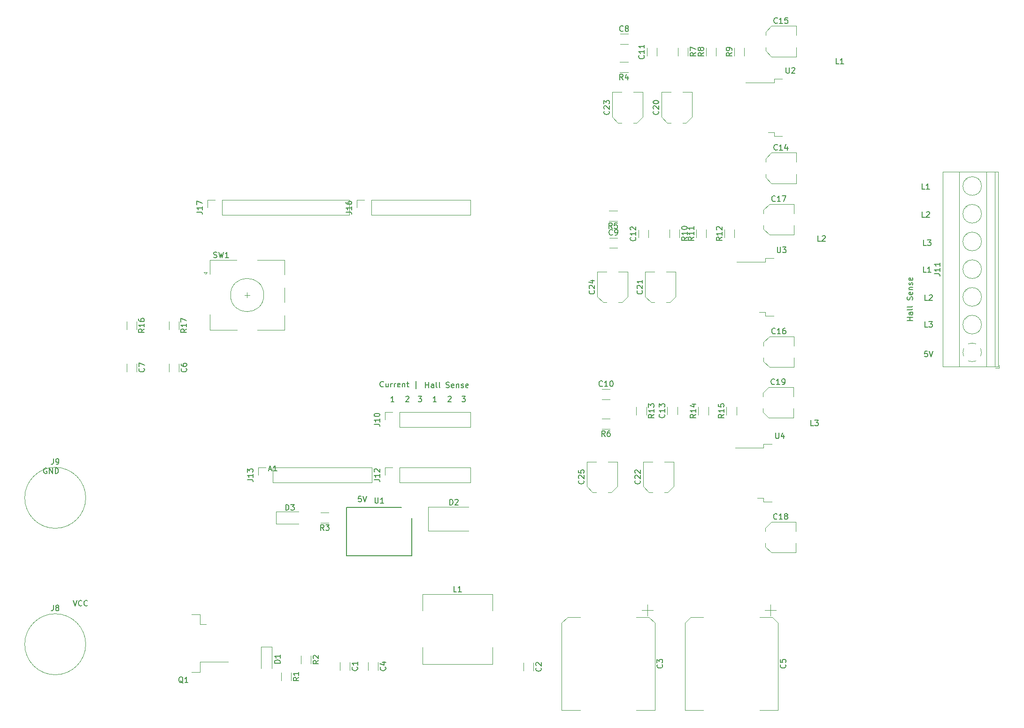
<source format=gto>
%TF.GenerationSoftware,KiCad,Pcbnew,5.1.10*%
%TF.CreationDate,2021-11-06T16:29:50+01:00*%
%TF.ProjectId,PCB_BLDC,5043425f-424c-4444-932e-6b696361645f,V1*%
%TF.SameCoordinates,Original*%
%TF.FileFunction,Legend,Top*%
%TF.FilePolarity,Positive*%
%FSLAX46Y46*%
G04 Gerber Fmt 4.6, Leading zero omitted, Abs format (unit mm)*
G04 Created by KiCad (PCBNEW 5.1.10) date 2021-11-06 16:29:50*
%MOMM*%
%LPD*%
G01*
G04 APERTURE LIST*
%ADD10C,0.150000*%
%ADD11C,0.120000*%
G04 APERTURE END LIST*
D10*
X35052095Y-116594000D02*
X34956857Y-116546380D01*
X34814000Y-116546380D01*
X34671142Y-116594000D01*
X34575904Y-116689238D01*
X34528285Y-116784476D01*
X34480666Y-116974952D01*
X34480666Y-117117809D01*
X34528285Y-117308285D01*
X34575904Y-117403523D01*
X34671142Y-117498761D01*
X34814000Y-117546380D01*
X34909238Y-117546380D01*
X35052095Y-117498761D01*
X35099714Y-117451142D01*
X35099714Y-117117809D01*
X34909238Y-117117809D01*
X35528285Y-117546380D02*
X35528285Y-116546380D01*
X36099714Y-117546380D01*
X36099714Y-116546380D01*
X36575904Y-117546380D02*
X36575904Y-116546380D01*
X36814000Y-116546380D01*
X36956857Y-116594000D01*
X37052095Y-116689238D01*
X37099714Y-116784476D01*
X37147333Y-116974952D01*
X37147333Y-117117809D01*
X37099714Y-117308285D01*
X37052095Y-117403523D01*
X36956857Y-117498761D01*
X36814000Y-117546380D01*
X36575904Y-117546380D01*
X39814666Y-140422380D02*
X40148000Y-141422380D01*
X40481333Y-140422380D01*
X41386095Y-141327142D02*
X41338476Y-141374761D01*
X41195619Y-141422380D01*
X41100380Y-141422380D01*
X40957523Y-141374761D01*
X40862285Y-141279523D01*
X40814666Y-141184285D01*
X40767047Y-140993809D01*
X40767047Y-140850952D01*
X40814666Y-140660476D01*
X40862285Y-140565238D01*
X40957523Y-140470000D01*
X41100380Y-140422380D01*
X41195619Y-140422380D01*
X41338476Y-140470000D01*
X41386095Y-140517619D01*
X42386095Y-141327142D02*
X42338476Y-141374761D01*
X42195619Y-141422380D01*
X42100380Y-141422380D01*
X41957523Y-141374761D01*
X41862285Y-141279523D01*
X41814666Y-141184285D01*
X41767047Y-140993809D01*
X41767047Y-140850952D01*
X41814666Y-140660476D01*
X41862285Y-140565238D01*
X41957523Y-140470000D01*
X42100380Y-140422380D01*
X42195619Y-140422380D01*
X42338476Y-140470000D01*
X42386095Y-140517619D01*
X91757523Y-121626380D02*
X91281333Y-121626380D01*
X91233714Y-122102571D01*
X91281333Y-122054952D01*
X91376571Y-122007333D01*
X91614666Y-122007333D01*
X91709904Y-122054952D01*
X91757523Y-122102571D01*
X91805142Y-122197809D01*
X91805142Y-122435904D01*
X91757523Y-122531142D01*
X91709904Y-122578761D01*
X91614666Y-122626380D01*
X91376571Y-122626380D01*
X91281333Y-122578761D01*
X91233714Y-122531142D01*
X92090857Y-121626380D02*
X92424190Y-122626380D01*
X92757523Y-121626380D01*
X193889333Y-91130380D02*
X193413142Y-91130380D01*
X193413142Y-90130380D01*
X194127428Y-90130380D02*
X194746476Y-90130380D01*
X194413142Y-90511333D01*
X194556000Y-90511333D01*
X194651238Y-90558952D01*
X194698857Y-90606571D01*
X194746476Y-90701809D01*
X194746476Y-90939904D01*
X194698857Y-91035142D01*
X194651238Y-91082761D01*
X194556000Y-91130380D01*
X194270285Y-91130380D01*
X194175047Y-91082761D01*
X194127428Y-91035142D01*
X193889333Y-86304380D02*
X193413142Y-86304380D01*
X193413142Y-85304380D01*
X194175047Y-85399619D02*
X194222666Y-85352000D01*
X194317904Y-85304380D01*
X194556000Y-85304380D01*
X194651238Y-85352000D01*
X194698857Y-85399619D01*
X194746476Y-85494857D01*
X194746476Y-85590095D01*
X194698857Y-85732952D01*
X194127428Y-86304380D01*
X194746476Y-86304380D01*
X193635333Y-81224380D02*
X193159142Y-81224380D01*
X193159142Y-80224380D01*
X194492476Y-81224380D02*
X193921047Y-81224380D01*
X194206761Y-81224380D02*
X194206761Y-80224380D01*
X194111523Y-80367238D01*
X194016285Y-80462476D01*
X193921047Y-80510095D01*
X193865523Y-95464380D02*
X193389333Y-95464380D01*
X193341714Y-95940571D01*
X193389333Y-95892952D01*
X193484571Y-95845333D01*
X193722666Y-95845333D01*
X193817904Y-95892952D01*
X193865523Y-95940571D01*
X193913142Y-96035809D01*
X193913142Y-96273904D01*
X193865523Y-96369142D01*
X193817904Y-96416761D01*
X193722666Y-96464380D01*
X193484571Y-96464380D01*
X193389333Y-96416761D01*
X193341714Y-96369142D01*
X194198857Y-95464380D02*
X194532190Y-96464380D01*
X194865523Y-95464380D01*
X191206380Y-89939333D02*
X190206380Y-89939333D01*
X190682571Y-89939333D02*
X190682571Y-89367904D01*
X191206380Y-89367904D02*
X190206380Y-89367904D01*
X191206380Y-88463142D02*
X190682571Y-88463142D01*
X190587333Y-88510761D01*
X190539714Y-88606000D01*
X190539714Y-88796476D01*
X190587333Y-88891714D01*
X191158761Y-88463142D02*
X191206380Y-88558380D01*
X191206380Y-88796476D01*
X191158761Y-88891714D01*
X191063523Y-88939333D01*
X190968285Y-88939333D01*
X190873047Y-88891714D01*
X190825428Y-88796476D01*
X190825428Y-88558380D01*
X190777809Y-88463142D01*
X191206380Y-87844095D02*
X191158761Y-87939333D01*
X191063523Y-87986952D01*
X190206380Y-87986952D01*
X191206380Y-87320285D02*
X191158761Y-87415523D01*
X191063523Y-87463142D01*
X190206380Y-87463142D01*
X191158761Y-86225047D02*
X191206380Y-86082190D01*
X191206380Y-85844095D01*
X191158761Y-85748857D01*
X191111142Y-85701238D01*
X191015904Y-85653619D01*
X190920666Y-85653619D01*
X190825428Y-85701238D01*
X190777809Y-85748857D01*
X190730190Y-85844095D01*
X190682571Y-86034571D01*
X190634952Y-86129809D01*
X190587333Y-86177428D01*
X190492095Y-86225047D01*
X190396857Y-86225047D01*
X190301619Y-86177428D01*
X190254000Y-86129809D01*
X190206380Y-86034571D01*
X190206380Y-85796476D01*
X190254000Y-85653619D01*
X191158761Y-84844095D02*
X191206380Y-84939333D01*
X191206380Y-85129809D01*
X191158761Y-85225047D01*
X191063523Y-85272666D01*
X190682571Y-85272666D01*
X190587333Y-85225047D01*
X190539714Y-85129809D01*
X190539714Y-84939333D01*
X190587333Y-84844095D01*
X190682571Y-84796476D01*
X190777809Y-84796476D01*
X190873047Y-85272666D01*
X190539714Y-84367904D02*
X191206380Y-84367904D01*
X190634952Y-84367904D02*
X190587333Y-84320285D01*
X190539714Y-84225047D01*
X190539714Y-84082190D01*
X190587333Y-83986952D01*
X190682571Y-83939333D01*
X191206380Y-83939333D01*
X191158761Y-83510761D02*
X191206380Y-83415523D01*
X191206380Y-83225047D01*
X191158761Y-83129809D01*
X191063523Y-83082190D01*
X191015904Y-83082190D01*
X190920666Y-83129809D01*
X190873047Y-83225047D01*
X190873047Y-83367904D01*
X190825428Y-83463142D01*
X190730190Y-83510761D01*
X190682571Y-83510761D01*
X190587333Y-83463142D01*
X190539714Y-83367904D01*
X190539714Y-83225047D01*
X190587333Y-83129809D01*
X191158761Y-82272666D02*
X191206380Y-82367904D01*
X191206380Y-82558380D01*
X191158761Y-82653619D01*
X191063523Y-82701238D01*
X190682571Y-82701238D01*
X190587333Y-82653619D01*
X190539714Y-82558380D01*
X190539714Y-82367904D01*
X190587333Y-82272666D01*
X190682571Y-82225047D01*
X190777809Y-82225047D01*
X190873047Y-82701238D01*
X193635333Y-76398380D02*
X193159142Y-76398380D01*
X193159142Y-75398380D01*
X193873428Y-75398380D02*
X194492476Y-75398380D01*
X194159142Y-75779333D01*
X194302000Y-75779333D01*
X194397238Y-75826952D01*
X194444857Y-75874571D01*
X194492476Y-75969809D01*
X194492476Y-76207904D01*
X194444857Y-76303142D01*
X194397238Y-76350761D01*
X194302000Y-76398380D01*
X194016285Y-76398380D01*
X193921047Y-76350761D01*
X193873428Y-76303142D01*
X193381333Y-71318380D02*
X192905142Y-71318380D01*
X192905142Y-70318380D01*
X193667047Y-70413619D02*
X193714666Y-70366000D01*
X193809904Y-70318380D01*
X194048000Y-70318380D01*
X194143238Y-70366000D01*
X194190857Y-70413619D01*
X194238476Y-70508857D01*
X194238476Y-70604095D01*
X194190857Y-70746952D01*
X193619428Y-71318380D01*
X194238476Y-71318380D01*
X193381333Y-66238380D02*
X192905142Y-66238380D01*
X192905142Y-65238380D01*
X194238476Y-66238380D02*
X193667047Y-66238380D01*
X193952761Y-66238380D02*
X193952761Y-65238380D01*
X193857523Y-65381238D01*
X193762285Y-65476476D01*
X193667047Y-65524095D01*
X173315333Y-108910380D02*
X172839142Y-108910380D01*
X172839142Y-107910380D01*
X173553428Y-107910380D02*
X174172476Y-107910380D01*
X173839142Y-108291333D01*
X173982000Y-108291333D01*
X174077238Y-108338952D01*
X174124857Y-108386571D01*
X174172476Y-108481809D01*
X174172476Y-108719904D01*
X174124857Y-108815142D01*
X174077238Y-108862761D01*
X173982000Y-108910380D01*
X173696285Y-108910380D01*
X173601047Y-108862761D01*
X173553428Y-108815142D01*
X174585333Y-75636380D02*
X174109142Y-75636380D01*
X174109142Y-74636380D01*
X174871047Y-74731619D02*
X174918666Y-74684000D01*
X175013904Y-74636380D01*
X175252000Y-74636380D01*
X175347238Y-74684000D01*
X175394857Y-74731619D01*
X175442476Y-74826857D01*
X175442476Y-74922095D01*
X175394857Y-75064952D01*
X174823428Y-75636380D01*
X175442476Y-75636380D01*
X177887333Y-43632380D02*
X177411142Y-43632380D01*
X177411142Y-42632380D01*
X178744476Y-43632380D02*
X178173047Y-43632380D01*
X178458761Y-43632380D02*
X178458761Y-42632380D01*
X178363523Y-42775238D01*
X178268285Y-42870476D01*
X178173047Y-42918095D01*
X107410285Y-103687619D02*
X107457904Y-103640000D01*
X107553142Y-103592380D01*
X107791238Y-103592380D01*
X107886476Y-103640000D01*
X107934095Y-103687619D01*
X107981714Y-103782857D01*
X107981714Y-103878095D01*
X107934095Y-104020952D01*
X107362666Y-104592380D01*
X107981714Y-104592380D01*
X105314761Y-104592380D02*
X104743333Y-104592380D01*
X105029047Y-104592380D02*
X105029047Y-103592380D01*
X104933809Y-103735238D01*
X104838571Y-103830476D01*
X104743333Y-103878095D01*
X109902666Y-103592380D02*
X110521714Y-103592380D01*
X110188380Y-103973333D01*
X110331238Y-103973333D01*
X110426476Y-104020952D01*
X110474095Y-104068571D01*
X110521714Y-104163809D01*
X110521714Y-104401904D01*
X110474095Y-104497142D01*
X110426476Y-104544761D01*
X110331238Y-104592380D01*
X110045523Y-104592380D01*
X109950285Y-104544761D01*
X109902666Y-104497142D01*
X103354666Y-102052380D02*
X103354666Y-101052380D01*
X103354666Y-101528571D02*
X103926095Y-101528571D01*
X103926095Y-102052380D02*
X103926095Y-101052380D01*
X104830857Y-102052380D02*
X104830857Y-101528571D01*
X104783238Y-101433333D01*
X104688000Y-101385714D01*
X104497523Y-101385714D01*
X104402285Y-101433333D01*
X104830857Y-102004761D02*
X104735619Y-102052380D01*
X104497523Y-102052380D01*
X104402285Y-102004761D01*
X104354666Y-101909523D01*
X104354666Y-101814285D01*
X104402285Y-101719047D01*
X104497523Y-101671428D01*
X104735619Y-101671428D01*
X104830857Y-101623809D01*
X105449904Y-102052380D02*
X105354666Y-102004761D01*
X105307047Y-101909523D01*
X105307047Y-101052380D01*
X105973714Y-102052380D02*
X105878476Y-102004761D01*
X105830857Y-101909523D01*
X105830857Y-101052380D01*
X107068952Y-102004761D02*
X107211809Y-102052380D01*
X107449904Y-102052380D01*
X107545142Y-102004761D01*
X107592761Y-101957142D01*
X107640380Y-101861904D01*
X107640380Y-101766666D01*
X107592761Y-101671428D01*
X107545142Y-101623809D01*
X107449904Y-101576190D01*
X107259428Y-101528571D01*
X107164190Y-101480952D01*
X107116571Y-101433333D01*
X107068952Y-101338095D01*
X107068952Y-101242857D01*
X107116571Y-101147619D01*
X107164190Y-101100000D01*
X107259428Y-101052380D01*
X107497523Y-101052380D01*
X107640380Y-101100000D01*
X108449904Y-102004761D02*
X108354666Y-102052380D01*
X108164190Y-102052380D01*
X108068952Y-102004761D01*
X108021333Y-101909523D01*
X108021333Y-101528571D01*
X108068952Y-101433333D01*
X108164190Y-101385714D01*
X108354666Y-101385714D01*
X108449904Y-101433333D01*
X108497523Y-101528571D01*
X108497523Y-101623809D01*
X108021333Y-101719047D01*
X108926095Y-101385714D02*
X108926095Y-102052380D01*
X108926095Y-101480952D02*
X108973714Y-101433333D01*
X109068952Y-101385714D01*
X109211809Y-101385714D01*
X109307047Y-101433333D01*
X109354666Y-101528571D01*
X109354666Y-102052380D01*
X109783238Y-102004761D02*
X109878476Y-102052380D01*
X110068952Y-102052380D01*
X110164190Y-102004761D01*
X110211809Y-101909523D01*
X110211809Y-101861904D01*
X110164190Y-101766666D01*
X110068952Y-101719047D01*
X109926095Y-101719047D01*
X109830857Y-101671428D01*
X109783238Y-101576190D01*
X109783238Y-101528571D01*
X109830857Y-101433333D01*
X109926095Y-101385714D01*
X110068952Y-101385714D01*
X110164190Y-101433333D01*
X111021333Y-102004761D02*
X110926095Y-102052380D01*
X110735619Y-102052380D01*
X110640380Y-102004761D01*
X110592761Y-101909523D01*
X110592761Y-101528571D01*
X110640380Y-101433333D01*
X110735619Y-101385714D01*
X110926095Y-101385714D01*
X111021333Y-101433333D01*
X111068952Y-101528571D01*
X111068952Y-101623809D01*
X110592761Y-101719047D01*
X102028666Y-103592380D02*
X102647714Y-103592380D01*
X102314380Y-103973333D01*
X102457238Y-103973333D01*
X102552476Y-104020952D01*
X102600095Y-104068571D01*
X102647714Y-104163809D01*
X102647714Y-104401904D01*
X102600095Y-104497142D01*
X102552476Y-104544761D01*
X102457238Y-104592380D01*
X102171523Y-104592380D01*
X102076285Y-104544761D01*
X102028666Y-104497142D01*
X99790285Y-103687619D02*
X99837904Y-103640000D01*
X99933142Y-103592380D01*
X100171238Y-103592380D01*
X100266476Y-103640000D01*
X100314095Y-103687619D01*
X100361714Y-103782857D01*
X100361714Y-103878095D01*
X100314095Y-104020952D01*
X99742666Y-104592380D01*
X100361714Y-104592380D01*
X97694761Y-104592380D02*
X97123333Y-104592380D01*
X97409047Y-104592380D02*
X97409047Y-103592380D01*
X97313809Y-103735238D01*
X97218571Y-103830476D01*
X97123333Y-103878095D01*
X95766285Y-101831142D02*
X95718666Y-101878761D01*
X95575809Y-101926380D01*
X95480571Y-101926380D01*
X95337714Y-101878761D01*
X95242476Y-101783523D01*
X95194857Y-101688285D01*
X95147238Y-101497809D01*
X95147238Y-101354952D01*
X95194857Y-101164476D01*
X95242476Y-101069238D01*
X95337714Y-100974000D01*
X95480571Y-100926380D01*
X95575809Y-100926380D01*
X95718666Y-100974000D01*
X95766285Y-101021619D01*
X96623428Y-101259714D02*
X96623428Y-101926380D01*
X96194857Y-101259714D02*
X96194857Y-101783523D01*
X96242476Y-101878761D01*
X96337714Y-101926380D01*
X96480571Y-101926380D01*
X96575809Y-101878761D01*
X96623428Y-101831142D01*
X97099619Y-101926380D02*
X97099619Y-101259714D01*
X97099619Y-101450190D02*
X97147238Y-101354952D01*
X97194857Y-101307333D01*
X97290095Y-101259714D01*
X97385333Y-101259714D01*
X97718666Y-101926380D02*
X97718666Y-101259714D01*
X97718666Y-101450190D02*
X97766285Y-101354952D01*
X97813904Y-101307333D01*
X97909142Y-101259714D01*
X98004380Y-101259714D01*
X98718666Y-101878761D02*
X98623428Y-101926380D01*
X98432952Y-101926380D01*
X98337714Y-101878761D01*
X98290095Y-101783523D01*
X98290095Y-101402571D01*
X98337714Y-101307333D01*
X98432952Y-101259714D01*
X98623428Y-101259714D01*
X98718666Y-101307333D01*
X98766285Y-101402571D01*
X98766285Y-101497809D01*
X98290095Y-101593047D01*
X99194857Y-101259714D02*
X99194857Y-101926380D01*
X99194857Y-101354952D02*
X99242476Y-101307333D01*
X99337714Y-101259714D01*
X99480571Y-101259714D01*
X99575809Y-101307333D01*
X99623428Y-101402571D01*
X99623428Y-101926380D01*
X99956761Y-101259714D02*
X100337714Y-101259714D01*
X100099619Y-100926380D02*
X100099619Y-101783523D01*
X100147238Y-101878761D01*
X100242476Y-101926380D01*
X100337714Y-101926380D01*
X101671047Y-102259714D02*
X101671047Y-100831142D01*
D11*
%TO.C,J8*%
X42076000Y-148336000D02*
G75*
G03*
X42076000Y-148336000I-5500000J0D01*
G01*
%TO.C,J11*%
X203610000Y-90678000D02*
G75*
G03*
X203610000Y-90678000I-1680000J0D01*
G01*
X203610000Y-85678000D02*
G75*
G03*
X203610000Y-85678000I-1680000J0D01*
G01*
X203610000Y-80678000D02*
G75*
G03*
X203610000Y-80678000I-1680000J0D01*
G01*
X203610000Y-75678000D02*
G75*
G03*
X203610000Y-75678000I-1680000J0D01*
G01*
X203610000Y-70678000D02*
G75*
G03*
X203610000Y-70678000I-1680000J0D01*
G01*
X203610000Y-65678000D02*
G75*
G03*
X203610000Y-65678000I-1680000J0D01*
G01*
X206030000Y-98238000D02*
X206030000Y-63118000D01*
X204530000Y-98238000D02*
X204530000Y-63118000D01*
X199629000Y-98238000D02*
X199629000Y-63118000D01*
X196669000Y-98238000D02*
X196669000Y-63118000D01*
X206590000Y-98238000D02*
X206590000Y-63118000D01*
X196669000Y-98238000D02*
X206590000Y-98238000D01*
X196669000Y-63118000D02*
X206590000Y-63118000D01*
X200861000Y-89403000D02*
X200907000Y-89450000D01*
X203169000Y-91712000D02*
X203204000Y-91747000D01*
X200655000Y-89608000D02*
X200691000Y-89643000D01*
X202953000Y-91905000D02*
X202999000Y-91952000D01*
X200861000Y-84403000D02*
X200907000Y-84450000D01*
X203169000Y-86712000D02*
X203204000Y-86747000D01*
X200655000Y-84608000D02*
X200691000Y-84643000D01*
X202953000Y-86905000D02*
X202999000Y-86952000D01*
X200861000Y-79403000D02*
X200907000Y-79450000D01*
X203169000Y-81712000D02*
X203204000Y-81747000D01*
X200655000Y-79608000D02*
X200691000Y-79643000D01*
X202953000Y-81905000D02*
X202999000Y-81952000D01*
X200861000Y-74403000D02*
X200907000Y-74450000D01*
X203169000Y-76712000D02*
X203204000Y-76747000D01*
X200655000Y-74608000D02*
X200691000Y-74643000D01*
X202953000Y-76905000D02*
X202999000Y-76952000D01*
X200861000Y-69403000D02*
X200907000Y-69450000D01*
X203169000Y-71712000D02*
X203204000Y-71747000D01*
X200655000Y-69608000D02*
X200691000Y-69643000D01*
X202953000Y-71905000D02*
X202999000Y-71952000D01*
X200861000Y-64403000D02*
X200907000Y-64450000D01*
X203169000Y-66712000D02*
X203204000Y-66747000D01*
X200655000Y-64608000D02*
X200691000Y-64643000D01*
X202953000Y-66905000D02*
X202999000Y-66952000D01*
X206090000Y-98478000D02*
X206830000Y-98478000D01*
X206830000Y-98478000D02*
X206830000Y-97978000D01*
X203610253Y-95649195D02*
G75*
G02*
X203465000Y-96362000I-1680253J-28805D01*
G01*
X202613042Y-97213426D02*
G75*
G02*
X201246000Y-97213000I-683042J1535426D01*
G01*
X200394574Y-96361042D02*
G75*
G02*
X200395000Y-94994000I1535426J683042D01*
G01*
X201246958Y-94142574D02*
G75*
G02*
X202614000Y-94143000I683042J-1535426D01*
G01*
X203464756Y-94994682D02*
G75*
G02*
X203610000Y-95678000I-1534756J-683318D01*
G01*
%TO.C,J10*%
X98679000Y-109144100D02*
X98679000Y-106484100D01*
X98679000Y-109144100D02*
X111439000Y-109144100D01*
X111439000Y-109144100D02*
X111439000Y-106484100D01*
X98679000Y-106484100D02*
X111439000Y-106484100D01*
X96079000Y-106484100D02*
X97409000Y-106484100D01*
X96079000Y-107814100D02*
X96079000Y-106484100D01*
%TO.C,U4*%
X164298800Y-121934200D02*
X163198800Y-121934200D01*
X164298800Y-122624200D02*
X164298800Y-121934200D01*
X165798800Y-122624200D02*
X164298800Y-122624200D01*
X164298800Y-112914200D02*
X159173800Y-112914200D01*
X164298800Y-112224200D02*
X164298800Y-112914200D01*
X165798800Y-112224200D02*
X164298800Y-112224200D01*
%TO.C,C21*%
X148479800Y-81136200D02*
X146779800Y-81136200D01*
X142959800Y-81136200D02*
X144659800Y-81136200D01*
X142959800Y-85591763D02*
X142959800Y-81136200D01*
X148479800Y-85591763D02*
X148479800Y-81136200D01*
X147415363Y-86656200D02*
X146779800Y-86656200D01*
X144024237Y-86656200D02*
X144659800Y-86656200D01*
X144024237Y-86656200D02*
X142959800Y-85591763D01*
X147415363Y-86656200D02*
X148479800Y-85591763D01*
%TO.C,C16*%
X169815800Y-98340200D02*
X169815800Y-96640200D01*
X169815800Y-92820200D02*
X169815800Y-94520200D01*
X165360237Y-92820200D02*
X169815800Y-92820200D01*
X165360237Y-98340200D02*
X169815800Y-98340200D01*
X164295800Y-97275763D02*
X164295800Y-96640200D01*
X164295800Y-93884637D02*
X164295800Y-94520200D01*
X164295800Y-93884637D02*
X165360237Y-92820200D01*
X164295800Y-97275763D02*
X165360237Y-98340200D01*
%TO.C,C17*%
X169815800Y-74464200D02*
X169815800Y-72764200D01*
X169815800Y-68944200D02*
X169815800Y-70644200D01*
X165360237Y-68944200D02*
X169815800Y-68944200D01*
X165360237Y-74464200D02*
X169815800Y-74464200D01*
X164295800Y-73399763D02*
X164295800Y-72764200D01*
X164295800Y-70008637D02*
X164295800Y-70644200D01*
X164295800Y-70008637D02*
X165360237Y-68944200D01*
X164295800Y-73399763D02*
X165360237Y-74464200D01*
%TO.C,U2*%
X166191800Y-56021200D02*
X165091800Y-56021200D01*
X166191800Y-56711200D02*
X166191800Y-56021200D01*
X167691800Y-56711200D02*
X166191800Y-56711200D01*
X166191800Y-47001200D02*
X161066800Y-47001200D01*
X166191800Y-46311200D02*
X166191800Y-47001200D01*
X167691800Y-46311200D02*
X166191800Y-46311200D01*
%TO.C,U3*%
X164613800Y-88406200D02*
X163513800Y-88406200D01*
X164613800Y-89096200D02*
X164613800Y-88406200D01*
X166113800Y-89096200D02*
X164613800Y-89096200D01*
X164613800Y-79386200D02*
X159488800Y-79386200D01*
X164613800Y-78696200D02*
X164613800Y-79386200D01*
X166113800Y-78696200D02*
X164613800Y-78696200D01*
%TO.C,Q1*%
X62665400Y-144742800D02*
X63765400Y-144742800D01*
X62665400Y-142932800D02*
X62665400Y-144742800D01*
X61165400Y-142932800D02*
X62665400Y-142932800D01*
X62665400Y-151522800D02*
X67790400Y-151522800D01*
X62665400Y-153332800D02*
X62665400Y-151522800D01*
X61165400Y-153332800D02*
X62665400Y-153332800D01*
%TO.C,R17*%
X58885500Y-90090036D02*
X58885500Y-91544164D01*
X57065500Y-90090036D02*
X57065500Y-91544164D01*
%TO.C,R16*%
X51265500Y-90090036D02*
X51265500Y-91544164D01*
X49445500Y-90090036D02*
X49445500Y-91544164D01*
%TO.C,J9*%
X42076000Y-121920000D02*
G75*
G03*
X42076000Y-121920000I-5500000J0D01*
G01*
%TO.C,D3*%
X80490800Y-124366400D02*
X76430800Y-124366400D01*
X76430800Y-124366400D02*
X76430800Y-126636400D01*
X76430800Y-126636400D02*
X80490800Y-126636400D01*
%TO.C,D2*%
X103858000Y-123580000D02*
X103858000Y-127880000D01*
X103858000Y-127880000D02*
X111158000Y-127880000D01*
X103858000Y-123580000D02*
X111158000Y-123580000D01*
%TO.C,D1*%
X75676000Y-148752000D02*
X73676000Y-148752000D01*
X73676000Y-148752000D02*
X73676000Y-152652000D01*
X75676000Y-148752000D02*
X75676000Y-152652000D01*
%TO.C,C25*%
X137938800Y-115395700D02*
X136238800Y-115395700D01*
X132418800Y-115395700D02*
X134118800Y-115395700D01*
X132418800Y-119851263D02*
X132418800Y-115395700D01*
X137938800Y-119851263D02*
X137938800Y-115395700D01*
X136874363Y-120915700D02*
X136238800Y-120915700D01*
X133483237Y-120915700D02*
X134118800Y-120915700D01*
X133483237Y-120915700D02*
X132418800Y-119851263D01*
X136874363Y-120915700D02*
X137938800Y-119851263D01*
%TO.C,C24*%
X139843800Y-81136200D02*
X138143800Y-81136200D01*
X134323800Y-81136200D02*
X136023800Y-81136200D01*
X134323800Y-85591763D02*
X134323800Y-81136200D01*
X139843800Y-85591763D02*
X139843800Y-81136200D01*
X138779363Y-86656200D02*
X138143800Y-86656200D01*
X135388237Y-86656200D02*
X136023800Y-86656200D01*
X135388237Y-86656200D02*
X134323800Y-85591763D01*
X138779363Y-86656200D02*
X139843800Y-85591763D01*
%TO.C,C23*%
X142510800Y-48751200D02*
X140810800Y-48751200D01*
X136990800Y-48751200D02*
X138690800Y-48751200D01*
X136990800Y-53206763D02*
X136990800Y-48751200D01*
X142510800Y-53206763D02*
X142510800Y-48751200D01*
X141446363Y-54271200D02*
X140810800Y-54271200D01*
X138055237Y-54271200D02*
X138690800Y-54271200D01*
X138055237Y-54271200D02*
X136990800Y-53206763D01*
X141446363Y-54271200D02*
X142510800Y-53206763D01*
%TO.C,C22*%
X148098800Y-115395700D02*
X146398800Y-115395700D01*
X142578800Y-115395700D02*
X144278800Y-115395700D01*
X142578800Y-119851263D02*
X142578800Y-115395700D01*
X148098800Y-119851263D02*
X148098800Y-115395700D01*
X147034363Y-120915700D02*
X146398800Y-120915700D01*
X143643237Y-120915700D02*
X144278800Y-120915700D01*
X143643237Y-120915700D02*
X142578800Y-119851263D01*
X147034363Y-120915700D02*
X148098800Y-119851263D01*
%TO.C,C20*%
X151400800Y-48751200D02*
X149700800Y-48751200D01*
X145880800Y-48751200D02*
X147580800Y-48751200D01*
X145880800Y-53206763D02*
X145880800Y-48751200D01*
X151400800Y-53206763D02*
X151400800Y-48751200D01*
X150336363Y-54271200D02*
X149700800Y-54271200D01*
X146945237Y-54271200D02*
X147580800Y-54271200D01*
X146945237Y-54271200D02*
X145880800Y-53206763D01*
X150336363Y-54271200D02*
X151400800Y-53206763D01*
%TO.C,C19*%
X169688800Y-107484200D02*
X169688800Y-105784200D01*
X169688800Y-101964200D02*
X169688800Y-103664200D01*
X165233237Y-101964200D02*
X169688800Y-101964200D01*
X165233237Y-107484200D02*
X169688800Y-107484200D01*
X164168800Y-106419763D02*
X164168800Y-105784200D01*
X164168800Y-103028637D02*
X164168800Y-103664200D01*
X164168800Y-103028637D02*
X165233237Y-101964200D01*
X164168800Y-106419763D02*
X165233237Y-107484200D01*
%TO.C,C18*%
X170146000Y-131792000D02*
X170146000Y-130092000D01*
X170146000Y-126272000D02*
X170146000Y-127972000D01*
X165690437Y-126272000D02*
X170146000Y-126272000D01*
X165690437Y-131792000D02*
X170146000Y-131792000D01*
X164626000Y-130727563D02*
X164626000Y-130092000D01*
X164626000Y-127336437D02*
X164626000Y-127972000D01*
X164626000Y-127336437D02*
X165690437Y-126272000D01*
X164626000Y-130727563D02*
X165690437Y-131792000D01*
%TO.C,C15*%
X170196800Y-42333200D02*
X170196800Y-40633200D01*
X170196800Y-36813200D02*
X170196800Y-38513200D01*
X165741237Y-36813200D02*
X170196800Y-36813200D01*
X165741237Y-42333200D02*
X170196800Y-42333200D01*
X164676800Y-41268763D02*
X164676800Y-40633200D01*
X164676800Y-37877637D02*
X164676800Y-38513200D01*
X164676800Y-37877637D02*
X165741237Y-36813200D01*
X164676800Y-41268763D02*
X165741237Y-42333200D01*
%TO.C,C14*%
X170196800Y-65193200D02*
X170196800Y-63493200D01*
X170196800Y-59673200D02*
X170196800Y-61373200D01*
X165741237Y-59673200D02*
X170196800Y-59673200D01*
X165741237Y-65193200D02*
X170196800Y-65193200D01*
X164676800Y-64128763D02*
X164676800Y-63493200D01*
X164676800Y-60737637D02*
X164676800Y-61373200D01*
X164676800Y-60737637D02*
X165741237Y-59673200D01*
X164676800Y-64128763D02*
X165741237Y-65193200D01*
%TO.C,C13*%
X146968800Y-106920952D02*
X146968800Y-105498448D01*
X148788800Y-106920952D02*
X148788800Y-105498448D01*
%TO.C,C12*%
X141761800Y-74993952D02*
X141761800Y-73571448D01*
X143581800Y-74993952D02*
X143581800Y-73571448D01*
%TO.C,C11*%
X143285800Y-42189452D02*
X143285800Y-40766948D01*
X145105800Y-42189452D02*
X145105800Y-40766948D01*
%TO.C,C10*%
X135191848Y-102315600D02*
X136614352Y-102315600D01*
X135191848Y-104135600D02*
X136614352Y-104135600D01*
%TO.C,C9*%
X136524548Y-75023300D02*
X137947052Y-75023300D01*
X136524548Y-76843300D02*
X137947052Y-76843300D01*
%TO.C,C8*%
X138443048Y-38256800D02*
X139865552Y-38256800D01*
X138443048Y-40076800D02*
X139865552Y-40076800D01*
%TO.C,C7*%
X51265500Y-97713348D02*
X51265500Y-99135852D01*
X49445500Y-97713348D02*
X49445500Y-99135852D01*
%TO.C,C6*%
X58885500Y-97713348D02*
X58885500Y-99135852D01*
X57065500Y-97713348D02*
X57065500Y-99135852D01*
%TO.C,C5*%
X150111400Y-160252800D02*
X153461400Y-160252800D01*
X166931400Y-160252800D02*
X163581400Y-160252800D01*
X166931400Y-144497237D02*
X166931400Y-160252800D01*
X150111400Y-144497237D02*
X150111400Y-160252800D01*
X151175837Y-143432800D02*
X153461400Y-143432800D01*
X165866963Y-143432800D02*
X163581400Y-143432800D01*
X165866963Y-143432800D02*
X166931400Y-144497237D01*
X151175837Y-143432800D02*
X150111400Y-144497237D01*
X165581400Y-141192800D02*
X165581400Y-143192800D01*
X166581400Y-142192800D02*
X164581400Y-142192800D01*
%TO.C,C4*%
X94788400Y-151574048D02*
X94788400Y-152996552D01*
X92968400Y-151574048D02*
X92968400Y-152996552D01*
%TO.C,C3*%
X127886400Y-160252800D02*
X131236400Y-160252800D01*
X144706400Y-160252800D02*
X141356400Y-160252800D01*
X144706400Y-144497237D02*
X144706400Y-160252800D01*
X127886400Y-144497237D02*
X127886400Y-160252800D01*
X128950837Y-143432800D02*
X131236400Y-143432800D01*
X143641963Y-143432800D02*
X141356400Y-143432800D01*
X143641963Y-143432800D02*
X144706400Y-144497237D01*
X128950837Y-143432800D02*
X127886400Y-144497237D01*
X143356400Y-141192800D02*
X143356400Y-143192800D01*
X144356400Y-142192800D02*
X142356400Y-142192800D01*
%TO.C,C2*%
X122830000Y-151688748D02*
X122830000Y-153111252D01*
X121010000Y-151688748D02*
X121010000Y-153111252D01*
%TO.C,C1*%
X89708400Y-151574048D02*
X89708400Y-152996552D01*
X87888400Y-151574048D02*
X87888400Y-152996552D01*
%TO.C,R1*%
X79142000Y-153424936D02*
X79142000Y-154879064D01*
X77322000Y-153424936D02*
X77322000Y-154879064D01*
%TO.C,R2*%
X80878000Y-150376936D02*
X80878000Y-151831064D01*
X82698000Y-150376936D02*
X82698000Y-151831064D01*
%TO.C,R3*%
X85905364Y-124591400D02*
X84451236Y-124591400D01*
X85905364Y-126411400D02*
X84451236Y-126411400D01*
%TO.C,R4*%
X139868864Y-43336800D02*
X138414736Y-43336800D01*
X139868864Y-45156800D02*
X138414736Y-45156800D01*
%TO.C,R5*%
X137913064Y-71966500D02*
X136458936Y-71966500D01*
X137913064Y-70146500D02*
X136458936Y-70146500D01*
%TO.C,R6*%
X136617664Y-109469600D02*
X135163536Y-109469600D01*
X136617664Y-107649600D02*
X135163536Y-107649600D01*
%TO.C,R7*%
X150693800Y-40725136D02*
X150693800Y-42179264D01*
X148873800Y-40725136D02*
X148873800Y-42179264D01*
%TO.C,R8*%
X155773800Y-42179264D02*
X155773800Y-40725136D01*
X153953800Y-42179264D02*
X153953800Y-40725136D01*
%TO.C,R9*%
X159033800Y-42179264D02*
X159033800Y-40725136D01*
X160853800Y-42179264D02*
X160853800Y-40725136D01*
%TO.C,R10*%
X147349800Y-73491136D02*
X147349800Y-74945264D01*
X149169800Y-73491136D02*
X149169800Y-74945264D01*
%TO.C,R11*%
X152175800Y-74945264D02*
X152175800Y-73491136D01*
X153995800Y-74945264D02*
X153995800Y-73491136D01*
%TO.C,R12*%
X157255800Y-74997264D02*
X157255800Y-73543136D01*
X159075800Y-74997264D02*
X159075800Y-73543136D01*
%TO.C,R13*%
X141380800Y-105495136D02*
X141380800Y-106949264D01*
X143200800Y-105495136D02*
X143200800Y-106949264D01*
%TO.C,R14*%
X152556800Y-106949264D02*
X152556800Y-105495136D01*
X154376800Y-106949264D02*
X154376800Y-105495136D01*
%TO.C,R15*%
X159456800Y-106949264D02*
X159456800Y-105495136D01*
X157636800Y-106949264D02*
X157636800Y-105495136D01*
%TO.C,SW1*%
X74190500Y-85342100D02*
G75*
G03*
X74190500Y-85342100I-3000000J0D01*
G01*
X72990500Y-79042100D02*
X77890500Y-79042100D01*
X77890500Y-91642100D02*
X72990500Y-91642100D01*
X69390500Y-91642100D02*
X64490500Y-91642100D01*
X64490500Y-91642100D02*
X64490500Y-88842100D01*
X69290500Y-79042100D02*
X64490500Y-79042100D01*
X64490500Y-79042100D02*
X64490500Y-81542100D01*
X63690500Y-81542100D02*
X63390500Y-81242100D01*
X63390500Y-81242100D02*
X63990500Y-81242100D01*
X63990500Y-81242100D02*
X63690500Y-81542100D01*
X77890500Y-79042100D02*
X77890500Y-81642100D01*
X77890500Y-84042100D02*
X77890500Y-86642100D01*
X77890500Y-89042100D02*
X77890500Y-91642100D01*
X71190500Y-84842100D02*
X71190500Y-85842100D01*
X70690500Y-85342100D02*
X71690500Y-85342100D01*
D10*
%TO.C,U1*%
X98996000Y-123630000D02*
X89096000Y-123630000D01*
X100896000Y-125630000D02*
X100896000Y-132330000D01*
X100896000Y-132330000D02*
X89096000Y-132330000D01*
X89096000Y-132330000D02*
X89096000Y-123630000D01*
D11*
%TO.C,L1*%
X102818400Y-151892800D02*
X102818400Y-148892800D01*
X115418400Y-151892800D02*
X102818400Y-151892800D01*
X115418400Y-148892800D02*
X115418400Y-151892800D01*
X115418400Y-139292800D02*
X115418400Y-142292800D01*
X102818400Y-139292800D02*
X115418400Y-139292800D01*
X102818400Y-142292800D02*
X102818400Y-139292800D01*
%TO.C,J12*%
X98679000Y-119144100D02*
X98679000Y-116484100D01*
X98679000Y-119144100D02*
X111439000Y-119144100D01*
X111439000Y-119144100D02*
X111439000Y-116484100D01*
X98679000Y-116484100D02*
X111439000Y-116484100D01*
X96079000Y-116484100D02*
X97409000Y-116484100D01*
X96079000Y-117814100D02*
X96079000Y-116484100D01*
%TO.C,J13*%
X75819000Y-119144100D02*
X75819000Y-116484100D01*
X75819000Y-119144100D02*
X93659000Y-119144100D01*
X93659000Y-119144100D02*
X93659000Y-116484100D01*
X75819000Y-116484100D02*
X93659000Y-116484100D01*
X73219000Y-116484100D02*
X74549000Y-116484100D01*
X73219000Y-117814100D02*
X73219000Y-116484100D01*
%TO.C,J16*%
X90999000Y-69554100D02*
X90999000Y-68224100D01*
X90999000Y-68224100D02*
X92329000Y-68224100D01*
X93599000Y-68224100D02*
X111439000Y-68224100D01*
X111439000Y-70884100D02*
X111439000Y-68224100D01*
X93599000Y-70884100D02*
X111439000Y-70884100D01*
X93599000Y-70884100D02*
X93599000Y-68224100D01*
%TO.C,J17*%
X66675000Y-70884100D02*
X66675000Y-68224100D01*
X66675000Y-70884100D02*
X89595000Y-70884100D01*
X89595000Y-70884100D02*
X89595000Y-68224100D01*
X66675000Y-68224100D02*
X89595000Y-68224100D01*
X64075000Y-68224100D02*
X65405000Y-68224100D01*
X64075000Y-69554100D02*
X64075000Y-68224100D01*
%TO.C,J8*%
D10*
X36242666Y-141288380D02*
X36242666Y-142002666D01*
X36195047Y-142145523D01*
X36099809Y-142240761D01*
X35956952Y-142288380D01*
X35861714Y-142288380D01*
X36861714Y-141716952D02*
X36766476Y-141669333D01*
X36718857Y-141621714D01*
X36671238Y-141526476D01*
X36671238Y-141478857D01*
X36718857Y-141383619D01*
X36766476Y-141336000D01*
X36861714Y-141288380D01*
X37052190Y-141288380D01*
X37147428Y-141336000D01*
X37195047Y-141383619D01*
X37242666Y-141478857D01*
X37242666Y-141526476D01*
X37195047Y-141621714D01*
X37147428Y-141669333D01*
X37052190Y-141716952D01*
X36861714Y-141716952D01*
X36766476Y-141764571D01*
X36718857Y-141812190D01*
X36671238Y-141907428D01*
X36671238Y-142097904D01*
X36718857Y-142193142D01*
X36766476Y-142240761D01*
X36861714Y-142288380D01*
X37052190Y-142288380D01*
X37147428Y-142240761D01*
X37195047Y-142193142D01*
X37242666Y-142097904D01*
X37242666Y-141907428D01*
X37195047Y-141812190D01*
X37147428Y-141764571D01*
X37052190Y-141716952D01*
%TO.C,A1*%
X75104714Y-116790766D02*
X75580904Y-116790766D01*
X75009476Y-117076480D02*
X75342809Y-116076480D01*
X75676142Y-117076480D01*
X76533285Y-117076480D02*
X75961857Y-117076480D01*
X76247571Y-117076480D02*
X76247571Y-116076480D01*
X76152333Y-116219338D01*
X76057095Y-116314576D01*
X75961857Y-116362195D01*
%TO.C,J11*%
X195122380Y-81487523D02*
X195836666Y-81487523D01*
X195979523Y-81535142D01*
X196074761Y-81630380D01*
X196122380Y-81773238D01*
X196122380Y-81868476D01*
X196122380Y-80487523D02*
X196122380Y-81058952D01*
X196122380Y-80773238D02*
X195122380Y-80773238D01*
X195265238Y-80868476D01*
X195360476Y-80963714D01*
X195408095Y-81058952D01*
X196122380Y-79535142D02*
X196122380Y-80106571D01*
X196122380Y-79820857D02*
X195122380Y-79820857D01*
X195265238Y-79916095D01*
X195360476Y-80011333D01*
X195408095Y-80106571D01*
%TO.C,J10*%
X94091380Y-108623623D02*
X94805666Y-108623623D01*
X94948523Y-108671242D01*
X95043761Y-108766480D01*
X95091380Y-108909338D01*
X95091380Y-109004576D01*
X95091380Y-107623623D02*
X95091380Y-108195052D01*
X95091380Y-107909338D02*
X94091380Y-107909338D01*
X94234238Y-108004576D01*
X94329476Y-108099814D01*
X94377095Y-108195052D01*
X94091380Y-107004576D02*
X94091380Y-106909338D01*
X94139000Y-106814100D01*
X94186619Y-106766480D01*
X94281857Y-106718861D01*
X94472333Y-106671242D01*
X94710428Y-106671242D01*
X94900904Y-106718861D01*
X94996142Y-106766480D01*
X95043761Y-106814100D01*
X95091380Y-106909338D01*
X95091380Y-107004576D01*
X95043761Y-107099814D01*
X94996142Y-107147433D01*
X94900904Y-107195052D01*
X94710428Y-107242671D01*
X94472333Y-107242671D01*
X94281857Y-107195052D01*
X94186619Y-107147433D01*
X94139000Y-107099814D01*
X94091380Y-107004576D01*
%TO.C,U4*%
X166486895Y-110226580D02*
X166486895Y-111036104D01*
X166534514Y-111131342D01*
X166582133Y-111178961D01*
X166677371Y-111226580D01*
X166867847Y-111226580D01*
X166963085Y-111178961D01*
X167010704Y-111131342D01*
X167058323Y-111036104D01*
X167058323Y-110226580D01*
X167963085Y-110559914D02*
X167963085Y-111226580D01*
X167724990Y-110178961D02*
X167486895Y-110893247D01*
X168105942Y-110893247D01*
%TO.C,C21*%
X142376942Y-84539057D02*
X142424561Y-84586676D01*
X142472180Y-84729533D01*
X142472180Y-84824771D01*
X142424561Y-84967628D01*
X142329323Y-85062866D01*
X142234085Y-85110485D01*
X142043609Y-85158104D01*
X141900752Y-85158104D01*
X141710276Y-85110485D01*
X141615038Y-85062866D01*
X141519800Y-84967628D01*
X141472180Y-84824771D01*
X141472180Y-84729533D01*
X141519800Y-84586676D01*
X141567419Y-84539057D01*
X141567419Y-84158104D02*
X141519800Y-84110485D01*
X141472180Y-84015247D01*
X141472180Y-83777152D01*
X141519800Y-83681914D01*
X141567419Y-83634295D01*
X141662657Y-83586676D01*
X141757895Y-83586676D01*
X141900752Y-83634295D01*
X142472180Y-84205723D01*
X142472180Y-83586676D01*
X142472180Y-82634295D02*
X142472180Y-83205723D01*
X142472180Y-82920009D02*
X141472180Y-82920009D01*
X141615038Y-83015247D01*
X141710276Y-83110485D01*
X141757895Y-83205723D01*
%TO.C,C16*%
X166412942Y-92237342D02*
X166365323Y-92284961D01*
X166222466Y-92332580D01*
X166127228Y-92332580D01*
X165984371Y-92284961D01*
X165889133Y-92189723D01*
X165841514Y-92094485D01*
X165793895Y-91904009D01*
X165793895Y-91761152D01*
X165841514Y-91570676D01*
X165889133Y-91475438D01*
X165984371Y-91380200D01*
X166127228Y-91332580D01*
X166222466Y-91332580D01*
X166365323Y-91380200D01*
X166412942Y-91427819D01*
X167365323Y-92332580D02*
X166793895Y-92332580D01*
X167079609Y-92332580D02*
X167079609Y-91332580D01*
X166984371Y-91475438D01*
X166889133Y-91570676D01*
X166793895Y-91618295D01*
X168222466Y-91332580D02*
X168031990Y-91332580D01*
X167936752Y-91380200D01*
X167889133Y-91427819D01*
X167793895Y-91570676D01*
X167746276Y-91761152D01*
X167746276Y-92142104D01*
X167793895Y-92237342D01*
X167841514Y-92284961D01*
X167936752Y-92332580D01*
X168127228Y-92332580D01*
X168222466Y-92284961D01*
X168270085Y-92237342D01*
X168317704Y-92142104D01*
X168317704Y-91904009D01*
X168270085Y-91808771D01*
X168222466Y-91761152D01*
X168127228Y-91713533D01*
X167936752Y-91713533D01*
X167841514Y-91761152D01*
X167793895Y-91808771D01*
X167746276Y-91904009D01*
%TO.C,C17*%
X166412942Y-68361342D02*
X166365323Y-68408961D01*
X166222466Y-68456580D01*
X166127228Y-68456580D01*
X165984371Y-68408961D01*
X165889133Y-68313723D01*
X165841514Y-68218485D01*
X165793895Y-68028009D01*
X165793895Y-67885152D01*
X165841514Y-67694676D01*
X165889133Y-67599438D01*
X165984371Y-67504200D01*
X166127228Y-67456580D01*
X166222466Y-67456580D01*
X166365323Y-67504200D01*
X166412942Y-67551819D01*
X167365323Y-68456580D02*
X166793895Y-68456580D01*
X167079609Y-68456580D02*
X167079609Y-67456580D01*
X166984371Y-67599438D01*
X166889133Y-67694676D01*
X166793895Y-67742295D01*
X167698657Y-67456580D02*
X168365323Y-67456580D01*
X167936752Y-68456580D01*
%TO.C,U2*%
X168379895Y-44313580D02*
X168379895Y-45123104D01*
X168427514Y-45218342D01*
X168475133Y-45265961D01*
X168570371Y-45313580D01*
X168760847Y-45313580D01*
X168856085Y-45265961D01*
X168903704Y-45218342D01*
X168951323Y-45123104D01*
X168951323Y-44313580D01*
X169379895Y-44408819D02*
X169427514Y-44361200D01*
X169522752Y-44313580D01*
X169760847Y-44313580D01*
X169856085Y-44361200D01*
X169903704Y-44408819D01*
X169951323Y-44504057D01*
X169951323Y-44599295D01*
X169903704Y-44742152D01*
X169332276Y-45313580D01*
X169951323Y-45313580D01*
%TO.C,U3*%
X166801895Y-76698580D02*
X166801895Y-77508104D01*
X166849514Y-77603342D01*
X166897133Y-77650961D01*
X166992371Y-77698580D01*
X167182847Y-77698580D01*
X167278085Y-77650961D01*
X167325704Y-77603342D01*
X167373323Y-77508104D01*
X167373323Y-76698580D01*
X167754276Y-76698580D02*
X168373323Y-76698580D01*
X168039990Y-77079533D01*
X168182847Y-77079533D01*
X168278085Y-77127152D01*
X168325704Y-77174771D01*
X168373323Y-77270009D01*
X168373323Y-77508104D01*
X168325704Y-77603342D01*
X168278085Y-77650961D01*
X168182847Y-77698580D01*
X167897133Y-77698580D01*
X167801895Y-77650961D01*
X167754276Y-77603342D01*
%TO.C,Q1*%
X59620161Y-155330419D02*
X59524923Y-155282800D01*
X59429685Y-155187561D01*
X59286828Y-155044704D01*
X59191590Y-154997085D01*
X59096352Y-154997085D01*
X59143971Y-155235180D02*
X59048733Y-155187561D01*
X58953495Y-155092323D01*
X58905876Y-154901847D01*
X58905876Y-154568514D01*
X58953495Y-154378038D01*
X59048733Y-154282800D01*
X59143971Y-154235180D01*
X59334447Y-154235180D01*
X59429685Y-154282800D01*
X59524923Y-154378038D01*
X59572542Y-154568514D01*
X59572542Y-154901847D01*
X59524923Y-155092323D01*
X59429685Y-155187561D01*
X59334447Y-155235180D01*
X59143971Y-155235180D01*
X60524923Y-155235180D02*
X59953495Y-155235180D01*
X60239209Y-155235180D02*
X60239209Y-154235180D01*
X60143971Y-154378038D01*
X60048733Y-154473276D01*
X59953495Y-154520895D01*
%TO.C,R17*%
X60247880Y-91459957D02*
X59771690Y-91793290D01*
X60247880Y-92031385D02*
X59247880Y-92031385D01*
X59247880Y-91650433D01*
X59295500Y-91555195D01*
X59343119Y-91507576D01*
X59438357Y-91459957D01*
X59581214Y-91459957D01*
X59676452Y-91507576D01*
X59724071Y-91555195D01*
X59771690Y-91650433D01*
X59771690Y-92031385D01*
X60247880Y-90507576D02*
X60247880Y-91079004D01*
X60247880Y-90793290D02*
X59247880Y-90793290D01*
X59390738Y-90888528D01*
X59485976Y-90983766D01*
X59533595Y-91079004D01*
X59247880Y-90174242D02*
X59247880Y-89507576D01*
X60247880Y-89936147D01*
%TO.C,R16*%
X52627880Y-91459957D02*
X52151690Y-91793290D01*
X52627880Y-92031385D02*
X51627880Y-92031385D01*
X51627880Y-91650433D01*
X51675500Y-91555195D01*
X51723119Y-91507576D01*
X51818357Y-91459957D01*
X51961214Y-91459957D01*
X52056452Y-91507576D01*
X52104071Y-91555195D01*
X52151690Y-91650433D01*
X52151690Y-92031385D01*
X52627880Y-90507576D02*
X52627880Y-91079004D01*
X52627880Y-90793290D02*
X51627880Y-90793290D01*
X51770738Y-90888528D01*
X51865976Y-90983766D01*
X51913595Y-91079004D01*
X51627880Y-89650433D02*
X51627880Y-89840909D01*
X51675500Y-89936147D01*
X51723119Y-89983766D01*
X51865976Y-90079004D01*
X52056452Y-90126623D01*
X52437404Y-90126623D01*
X52532642Y-90079004D01*
X52580261Y-90031385D01*
X52627880Y-89936147D01*
X52627880Y-89745671D01*
X52580261Y-89650433D01*
X52532642Y-89602814D01*
X52437404Y-89555195D01*
X52199309Y-89555195D01*
X52104071Y-89602814D01*
X52056452Y-89650433D01*
X52008833Y-89745671D01*
X52008833Y-89936147D01*
X52056452Y-90031385D01*
X52104071Y-90079004D01*
X52199309Y-90126623D01*
%TO.C,J9*%
X36242666Y-114872380D02*
X36242666Y-115586666D01*
X36195047Y-115729523D01*
X36099809Y-115824761D01*
X35956952Y-115872380D01*
X35861714Y-115872380D01*
X36766476Y-115872380D02*
X36956952Y-115872380D01*
X37052190Y-115824761D01*
X37099809Y-115777142D01*
X37195047Y-115634285D01*
X37242666Y-115443809D01*
X37242666Y-115062857D01*
X37195047Y-114967619D01*
X37147428Y-114920000D01*
X37052190Y-114872380D01*
X36861714Y-114872380D01*
X36766476Y-114920000D01*
X36718857Y-114967619D01*
X36671238Y-115062857D01*
X36671238Y-115300952D01*
X36718857Y-115396190D01*
X36766476Y-115443809D01*
X36861714Y-115491428D01*
X37052190Y-115491428D01*
X37147428Y-115443809D01*
X37195047Y-115396190D01*
X37242666Y-115300952D01*
%TO.C,D3*%
X78152704Y-124133780D02*
X78152704Y-123133780D01*
X78390800Y-123133780D01*
X78533657Y-123181400D01*
X78628895Y-123276638D01*
X78676514Y-123371876D01*
X78724133Y-123562352D01*
X78724133Y-123705209D01*
X78676514Y-123895685D01*
X78628895Y-123990923D01*
X78533657Y-124086161D01*
X78390800Y-124133780D01*
X78152704Y-124133780D01*
X79057466Y-123133780D02*
X79676514Y-123133780D01*
X79343180Y-123514733D01*
X79486038Y-123514733D01*
X79581276Y-123562352D01*
X79628895Y-123609971D01*
X79676514Y-123705209D01*
X79676514Y-123943304D01*
X79628895Y-124038542D01*
X79581276Y-124086161D01*
X79486038Y-124133780D01*
X79200323Y-124133780D01*
X79105085Y-124086161D01*
X79057466Y-124038542D01*
%TO.C,D2*%
X107719904Y-123182380D02*
X107719904Y-122182380D01*
X107958000Y-122182380D01*
X108100857Y-122230000D01*
X108196095Y-122325238D01*
X108243714Y-122420476D01*
X108291333Y-122610952D01*
X108291333Y-122753809D01*
X108243714Y-122944285D01*
X108196095Y-123039523D01*
X108100857Y-123134761D01*
X107958000Y-123182380D01*
X107719904Y-123182380D01*
X108672285Y-122277619D02*
X108719904Y-122230000D01*
X108815142Y-122182380D01*
X109053238Y-122182380D01*
X109148476Y-122230000D01*
X109196095Y-122277619D01*
X109243714Y-122372857D01*
X109243714Y-122468095D01*
X109196095Y-122610952D01*
X108624666Y-123182380D01*
X109243714Y-123182380D01*
%TO.C,D1*%
X77128380Y-151740095D02*
X76128380Y-151740095D01*
X76128380Y-151502000D01*
X76176000Y-151359142D01*
X76271238Y-151263904D01*
X76366476Y-151216285D01*
X76556952Y-151168666D01*
X76699809Y-151168666D01*
X76890285Y-151216285D01*
X76985523Y-151263904D01*
X77080761Y-151359142D01*
X77128380Y-151502000D01*
X77128380Y-151740095D01*
X77128380Y-150216285D02*
X77128380Y-150787714D01*
X77128380Y-150502000D02*
X76128380Y-150502000D01*
X76271238Y-150597238D01*
X76366476Y-150692476D01*
X76414095Y-150787714D01*
%TO.C,C25*%
X131835942Y-118798557D02*
X131883561Y-118846176D01*
X131931180Y-118989033D01*
X131931180Y-119084271D01*
X131883561Y-119227128D01*
X131788323Y-119322366D01*
X131693085Y-119369985D01*
X131502609Y-119417604D01*
X131359752Y-119417604D01*
X131169276Y-119369985D01*
X131074038Y-119322366D01*
X130978800Y-119227128D01*
X130931180Y-119084271D01*
X130931180Y-118989033D01*
X130978800Y-118846176D01*
X131026419Y-118798557D01*
X131026419Y-118417604D02*
X130978800Y-118369985D01*
X130931180Y-118274747D01*
X130931180Y-118036652D01*
X130978800Y-117941414D01*
X131026419Y-117893795D01*
X131121657Y-117846176D01*
X131216895Y-117846176D01*
X131359752Y-117893795D01*
X131931180Y-118465223D01*
X131931180Y-117846176D01*
X130931180Y-116941414D02*
X130931180Y-117417604D01*
X131407371Y-117465223D01*
X131359752Y-117417604D01*
X131312133Y-117322366D01*
X131312133Y-117084271D01*
X131359752Y-116989033D01*
X131407371Y-116941414D01*
X131502609Y-116893795D01*
X131740704Y-116893795D01*
X131835942Y-116941414D01*
X131883561Y-116989033D01*
X131931180Y-117084271D01*
X131931180Y-117322366D01*
X131883561Y-117417604D01*
X131835942Y-117465223D01*
%TO.C,C24*%
X133740942Y-84539057D02*
X133788561Y-84586676D01*
X133836180Y-84729533D01*
X133836180Y-84824771D01*
X133788561Y-84967628D01*
X133693323Y-85062866D01*
X133598085Y-85110485D01*
X133407609Y-85158104D01*
X133264752Y-85158104D01*
X133074276Y-85110485D01*
X132979038Y-85062866D01*
X132883800Y-84967628D01*
X132836180Y-84824771D01*
X132836180Y-84729533D01*
X132883800Y-84586676D01*
X132931419Y-84539057D01*
X132931419Y-84158104D02*
X132883800Y-84110485D01*
X132836180Y-84015247D01*
X132836180Y-83777152D01*
X132883800Y-83681914D01*
X132931419Y-83634295D01*
X133026657Y-83586676D01*
X133121895Y-83586676D01*
X133264752Y-83634295D01*
X133836180Y-84205723D01*
X133836180Y-83586676D01*
X133169514Y-82729533D02*
X133836180Y-82729533D01*
X132788561Y-82967628D02*
X133502847Y-83205723D01*
X133502847Y-82586676D01*
%TO.C,C23*%
X136407942Y-52154057D02*
X136455561Y-52201676D01*
X136503180Y-52344533D01*
X136503180Y-52439771D01*
X136455561Y-52582628D01*
X136360323Y-52677866D01*
X136265085Y-52725485D01*
X136074609Y-52773104D01*
X135931752Y-52773104D01*
X135741276Y-52725485D01*
X135646038Y-52677866D01*
X135550800Y-52582628D01*
X135503180Y-52439771D01*
X135503180Y-52344533D01*
X135550800Y-52201676D01*
X135598419Y-52154057D01*
X135598419Y-51773104D02*
X135550800Y-51725485D01*
X135503180Y-51630247D01*
X135503180Y-51392152D01*
X135550800Y-51296914D01*
X135598419Y-51249295D01*
X135693657Y-51201676D01*
X135788895Y-51201676D01*
X135931752Y-51249295D01*
X136503180Y-51820723D01*
X136503180Y-51201676D01*
X135503180Y-50868342D02*
X135503180Y-50249295D01*
X135884133Y-50582628D01*
X135884133Y-50439771D01*
X135931752Y-50344533D01*
X135979371Y-50296914D01*
X136074609Y-50249295D01*
X136312704Y-50249295D01*
X136407942Y-50296914D01*
X136455561Y-50344533D01*
X136503180Y-50439771D01*
X136503180Y-50725485D01*
X136455561Y-50820723D01*
X136407942Y-50868342D01*
%TO.C,C22*%
X141995942Y-118798557D02*
X142043561Y-118846176D01*
X142091180Y-118989033D01*
X142091180Y-119084271D01*
X142043561Y-119227128D01*
X141948323Y-119322366D01*
X141853085Y-119369985D01*
X141662609Y-119417604D01*
X141519752Y-119417604D01*
X141329276Y-119369985D01*
X141234038Y-119322366D01*
X141138800Y-119227128D01*
X141091180Y-119084271D01*
X141091180Y-118989033D01*
X141138800Y-118846176D01*
X141186419Y-118798557D01*
X141186419Y-118417604D02*
X141138800Y-118369985D01*
X141091180Y-118274747D01*
X141091180Y-118036652D01*
X141138800Y-117941414D01*
X141186419Y-117893795D01*
X141281657Y-117846176D01*
X141376895Y-117846176D01*
X141519752Y-117893795D01*
X142091180Y-118465223D01*
X142091180Y-117846176D01*
X141186419Y-117465223D02*
X141138800Y-117417604D01*
X141091180Y-117322366D01*
X141091180Y-117084271D01*
X141138800Y-116989033D01*
X141186419Y-116941414D01*
X141281657Y-116893795D01*
X141376895Y-116893795D01*
X141519752Y-116941414D01*
X142091180Y-117512842D01*
X142091180Y-116893795D01*
%TO.C,C20*%
X145297942Y-52154057D02*
X145345561Y-52201676D01*
X145393180Y-52344533D01*
X145393180Y-52439771D01*
X145345561Y-52582628D01*
X145250323Y-52677866D01*
X145155085Y-52725485D01*
X144964609Y-52773104D01*
X144821752Y-52773104D01*
X144631276Y-52725485D01*
X144536038Y-52677866D01*
X144440800Y-52582628D01*
X144393180Y-52439771D01*
X144393180Y-52344533D01*
X144440800Y-52201676D01*
X144488419Y-52154057D01*
X144488419Y-51773104D02*
X144440800Y-51725485D01*
X144393180Y-51630247D01*
X144393180Y-51392152D01*
X144440800Y-51296914D01*
X144488419Y-51249295D01*
X144583657Y-51201676D01*
X144678895Y-51201676D01*
X144821752Y-51249295D01*
X145393180Y-51820723D01*
X145393180Y-51201676D01*
X144393180Y-50582628D02*
X144393180Y-50487390D01*
X144440800Y-50392152D01*
X144488419Y-50344533D01*
X144583657Y-50296914D01*
X144774133Y-50249295D01*
X145012228Y-50249295D01*
X145202704Y-50296914D01*
X145297942Y-50344533D01*
X145345561Y-50392152D01*
X145393180Y-50487390D01*
X145393180Y-50582628D01*
X145345561Y-50677866D01*
X145297942Y-50725485D01*
X145202704Y-50773104D01*
X145012228Y-50820723D01*
X144774133Y-50820723D01*
X144583657Y-50773104D01*
X144488419Y-50725485D01*
X144440800Y-50677866D01*
X144393180Y-50582628D01*
%TO.C,C19*%
X166285942Y-101381342D02*
X166238323Y-101428961D01*
X166095466Y-101476580D01*
X166000228Y-101476580D01*
X165857371Y-101428961D01*
X165762133Y-101333723D01*
X165714514Y-101238485D01*
X165666895Y-101048009D01*
X165666895Y-100905152D01*
X165714514Y-100714676D01*
X165762133Y-100619438D01*
X165857371Y-100524200D01*
X166000228Y-100476580D01*
X166095466Y-100476580D01*
X166238323Y-100524200D01*
X166285942Y-100571819D01*
X167238323Y-101476580D02*
X166666895Y-101476580D01*
X166952609Y-101476580D02*
X166952609Y-100476580D01*
X166857371Y-100619438D01*
X166762133Y-100714676D01*
X166666895Y-100762295D01*
X167714514Y-101476580D02*
X167904990Y-101476580D01*
X168000228Y-101428961D01*
X168047847Y-101381342D01*
X168143085Y-101238485D01*
X168190704Y-101048009D01*
X168190704Y-100667057D01*
X168143085Y-100571819D01*
X168095466Y-100524200D01*
X168000228Y-100476580D01*
X167809752Y-100476580D01*
X167714514Y-100524200D01*
X167666895Y-100571819D01*
X167619276Y-100667057D01*
X167619276Y-100905152D01*
X167666895Y-101000390D01*
X167714514Y-101048009D01*
X167809752Y-101095628D01*
X168000228Y-101095628D01*
X168095466Y-101048009D01*
X168143085Y-101000390D01*
X168190704Y-100905152D01*
%TO.C,C18*%
X166743142Y-125689142D02*
X166695523Y-125736761D01*
X166552666Y-125784380D01*
X166457428Y-125784380D01*
X166314571Y-125736761D01*
X166219333Y-125641523D01*
X166171714Y-125546285D01*
X166124095Y-125355809D01*
X166124095Y-125212952D01*
X166171714Y-125022476D01*
X166219333Y-124927238D01*
X166314571Y-124832000D01*
X166457428Y-124784380D01*
X166552666Y-124784380D01*
X166695523Y-124832000D01*
X166743142Y-124879619D01*
X167695523Y-125784380D02*
X167124095Y-125784380D01*
X167409809Y-125784380D02*
X167409809Y-124784380D01*
X167314571Y-124927238D01*
X167219333Y-125022476D01*
X167124095Y-125070095D01*
X168266952Y-125212952D02*
X168171714Y-125165333D01*
X168124095Y-125117714D01*
X168076476Y-125022476D01*
X168076476Y-124974857D01*
X168124095Y-124879619D01*
X168171714Y-124832000D01*
X168266952Y-124784380D01*
X168457428Y-124784380D01*
X168552666Y-124832000D01*
X168600285Y-124879619D01*
X168647904Y-124974857D01*
X168647904Y-125022476D01*
X168600285Y-125117714D01*
X168552666Y-125165333D01*
X168457428Y-125212952D01*
X168266952Y-125212952D01*
X168171714Y-125260571D01*
X168124095Y-125308190D01*
X168076476Y-125403428D01*
X168076476Y-125593904D01*
X168124095Y-125689142D01*
X168171714Y-125736761D01*
X168266952Y-125784380D01*
X168457428Y-125784380D01*
X168552666Y-125736761D01*
X168600285Y-125689142D01*
X168647904Y-125593904D01*
X168647904Y-125403428D01*
X168600285Y-125308190D01*
X168552666Y-125260571D01*
X168457428Y-125212952D01*
%TO.C,C15*%
X166793942Y-36230342D02*
X166746323Y-36277961D01*
X166603466Y-36325580D01*
X166508228Y-36325580D01*
X166365371Y-36277961D01*
X166270133Y-36182723D01*
X166222514Y-36087485D01*
X166174895Y-35897009D01*
X166174895Y-35754152D01*
X166222514Y-35563676D01*
X166270133Y-35468438D01*
X166365371Y-35373200D01*
X166508228Y-35325580D01*
X166603466Y-35325580D01*
X166746323Y-35373200D01*
X166793942Y-35420819D01*
X167746323Y-36325580D02*
X167174895Y-36325580D01*
X167460609Y-36325580D02*
X167460609Y-35325580D01*
X167365371Y-35468438D01*
X167270133Y-35563676D01*
X167174895Y-35611295D01*
X168651085Y-35325580D02*
X168174895Y-35325580D01*
X168127276Y-35801771D01*
X168174895Y-35754152D01*
X168270133Y-35706533D01*
X168508228Y-35706533D01*
X168603466Y-35754152D01*
X168651085Y-35801771D01*
X168698704Y-35897009D01*
X168698704Y-36135104D01*
X168651085Y-36230342D01*
X168603466Y-36277961D01*
X168508228Y-36325580D01*
X168270133Y-36325580D01*
X168174895Y-36277961D01*
X168127276Y-36230342D01*
%TO.C,C14*%
X166793942Y-59090342D02*
X166746323Y-59137961D01*
X166603466Y-59185580D01*
X166508228Y-59185580D01*
X166365371Y-59137961D01*
X166270133Y-59042723D01*
X166222514Y-58947485D01*
X166174895Y-58757009D01*
X166174895Y-58614152D01*
X166222514Y-58423676D01*
X166270133Y-58328438D01*
X166365371Y-58233200D01*
X166508228Y-58185580D01*
X166603466Y-58185580D01*
X166746323Y-58233200D01*
X166793942Y-58280819D01*
X167746323Y-59185580D02*
X167174895Y-59185580D01*
X167460609Y-59185580D02*
X167460609Y-58185580D01*
X167365371Y-58328438D01*
X167270133Y-58423676D01*
X167174895Y-58471295D01*
X168603466Y-58518914D02*
X168603466Y-59185580D01*
X168365371Y-58137961D02*
X168127276Y-58852247D01*
X168746323Y-58852247D01*
%TO.C,C13*%
X146385942Y-106852557D02*
X146433561Y-106900176D01*
X146481180Y-107043033D01*
X146481180Y-107138271D01*
X146433561Y-107281128D01*
X146338323Y-107376366D01*
X146243085Y-107423985D01*
X146052609Y-107471604D01*
X145909752Y-107471604D01*
X145719276Y-107423985D01*
X145624038Y-107376366D01*
X145528800Y-107281128D01*
X145481180Y-107138271D01*
X145481180Y-107043033D01*
X145528800Y-106900176D01*
X145576419Y-106852557D01*
X146481180Y-105900176D02*
X146481180Y-106471604D01*
X146481180Y-106185890D02*
X145481180Y-106185890D01*
X145624038Y-106281128D01*
X145719276Y-106376366D01*
X145766895Y-106471604D01*
X145481180Y-105566842D02*
X145481180Y-104947795D01*
X145862133Y-105281128D01*
X145862133Y-105138271D01*
X145909752Y-105043033D01*
X145957371Y-104995414D01*
X146052609Y-104947795D01*
X146290704Y-104947795D01*
X146385942Y-104995414D01*
X146433561Y-105043033D01*
X146481180Y-105138271D01*
X146481180Y-105423985D01*
X146433561Y-105519223D01*
X146385942Y-105566842D01*
%TO.C,C12*%
X141178942Y-74925557D02*
X141226561Y-74973176D01*
X141274180Y-75116033D01*
X141274180Y-75211271D01*
X141226561Y-75354128D01*
X141131323Y-75449366D01*
X141036085Y-75496985D01*
X140845609Y-75544604D01*
X140702752Y-75544604D01*
X140512276Y-75496985D01*
X140417038Y-75449366D01*
X140321800Y-75354128D01*
X140274180Y-75211271D01*
X140274180Y-75116033D01*
X140321800Y-74973176D01*
X140369419Y-74925557D01*
X141274180Y-73973176D02*
X141274180Y-74544604D01*
X141274180Y-74258890D02*
X140274180Y-74258890D01*
X140417038Y-74354128D01*
X140512276Y-74449366D01*
X140559895Y-74544604D01*
X140369419Y-73592223D02*
X140321800Y-73544604D01*
X140274180Y-73449366D01*
X140274180Y-73211271D01*
X140321800Y-73116033D01*
X140369419Y-73068414D01*
X140464657Y-73020795D01*
X140559895Y-73020795D01*
X140702752Y-73068414D01*
X141274180Y-73639842D01*
X141274180Y-73020795D01*
%TO.C,C11*%
X142702942Y-42121057D02*
X142750561Y-42168676D01*
X142798180Y-42311533D01*
X142798180Y-42406771D01*
X142750561Y-42549628D01*
X142655323Y-42644866D01*
X142560085Y-42692485D01*
X142369609Y-42740104D01*
X142226752Y-42740104D01*
X142036276Y-42692485D01*
X141941038Y-42644866D01*
X141845800Y-42549628D01*
X141798180Y-42406771D01*
X141798180Y-42311533D01*
X141845800Y-42168676D01*
X141893419Y-42121057D01*
X142798180Y-41168676D02*
X142798180Y-41740104D01*
X142798180Y-41454390D02*
X141798180Y-41454390D01*
X141941038Y-41549628D01*
X142036276Y-41644866D01*
X142083895Y-41740104D01*
X142798180Y-40216295D02*
X142798180Y-40787723D01*
X142798180Y-40502009D02*
X141798180Y-40502009D01*
X141941038Y-40597247D01*
X142036276Y-40692485D01*
X142083895Y-40787723D01*
%TO.C,C10*%
X135260242Y-101732742D02*
X135212623Y-101780361D01*
X135069766Y-101827980D01*
X134974528Y-101827980D01*
X134831671Y-101780361D01*
X134736433Y-101685123D01*
X134688814Y-101589885D01*
X134641195Y-101399409D01*
X134641195Y-101256552D01*
X134688814Y-101066076D01*
X134736433Y-100970838D01*
X134831671Y-100875600D01*
X134974528Y-100827980D01*
X135069766Y-100827980D01*
X135212623Y-100875600D01*
X135260242Y-100923219D01*
X136212623Y-101827980D02*
X135641195Y-101827980D01*
X135926909Y-101827980D02*
X135926909Y-100827980D01*
X135831671Y-100970838D01*
X135736433Y-101066076D01*
X135641195Y-101113695D01*
X136831671Y-100827980D02*
X136926909Y-100827980D01*
X137022147Y-100875600D01*
X137069766Y-100923219D01*
X137117385Y-101018457D01*
X137165004Y-101208933D01*
X137165004Y-101447028D01*
X137117385Y-101637504D01*
X137069766Y-101732742D01*
X137022147Y-101780361D01*
X136926909Y-101827980D01*
X136831671Y-101827980D01*
X136736433Y-101780361D01*
X136688814Y-101732742D01*
X136641195Y-101637504D01*
X136593576Y-101447028D01*
X136593576Y-101208933D01*
X136641195Y-101018457D01*
X136688814Y-100923219D01*
X136736433Y-100875600D01*
X136831671Y-100827980D01*
%TO.C,C9*%
X137069133Y-74440442D02*
X137021514Y-74488061D01*
X136878657Y-74535680D01*
X136783419Y-74535680D01*
X136640561Y-74488061D01*
X136545323Y-74392823D01*
X136497704Y-74297585D01*
X136450085Y-74107109D01*
X136450085Y-73964252D01*
X136497704Y-73773776D01*
X136545323Y-73678538D01*
X136640561Y-73583300D01*
X136783419Y-73535680D01*
X136878657Y-73535680D01*
X137021514Y-73583300D01*
X137069133Y-73630919D01*
X137545323Y-74535680D02*
X137735800Y-74535680D01*
X137831038Y-74488061D01*
X137878657Y-74440442D01*
X137973895Y-74297585D01*
X138021514Y-74107109D01*
X138021514Y-73726157D01*
X137973895Y-73630919D01*
X137926276Y-73583300D01*
X137831038Y-73535680D01*
X137640561Y-73535680D01*
X137545323Y-73583300D01*
X137497704Y-73630919D01*
X137450085Y-73726157D01*
X137450085Y-73964252D01*
X137497704Y-74059490D01*
X137545323Y-74107109D01*
X137640561Y-74154728D01*
X137831038Y-74154728D01*
X137926276Y-74107109D01*
X137973895Y-74059490D01*
X138021514Y-73964252D01*
%TO.C,C8*%
X138987633Y-37673942D02*
X138940014Y-37721561D01*
X138797157Y-37769180D01*
X138701919Y-37769180D01*
X138559061Y-37721561D01*
X138463823Y-37626323D01*
X138416204Y-37531085D01*
X138368585Y-37340609D01*
X138368585Y-37197752D01*
X138416204Y-37007276D01*
X138463823Y-36912038D01*
X138559061Y-36816800D01*
X138701919Y-36769180D01*
X138797157Y-36769180D01*
X138940014Y-36816800D01*
X138987633Y-36864419D01*
X139559061Y-37197752D02*
X139463823Y-37150133D01*
X139416204Y-37102514D01*
X139368585Y-37007276D01*
X139368585Y-36959657D01*
X139416204Y-36864419D01*
X139463823Y-36816800D01*
X139559061Y-36769180D01*
X139749538Y-36769180D01*
X139844776Y-36816800D01*
X139892395Y-36864419D01*
X139940014Y-36959657D01*
X139940014Y-37007276D01*
X139892395Y-37102514D01*
X139844776Y-37150133D01*
X139749538Y-37197752D01*
X139559061Y-37197752D01*
X139463823Y-37245371D01*
X139416204Y-37292990D01*
X139368585Y-37388228D01*
X139368585Y-37578704D01*
X139416204Y-37673942D01*
X139463823Y-37721561D01*
X139559061Y-37769180D01*
X139749538Y-37769180D01*
X139844776Y-37721561D01*
X139892395Y-37673942D01*
X139940014Y-37578704D01*
X139940014Y-37388228D01*
X139892395Y-37292990D01*
X139844776Y-37245371D01*
X139749538Y-37197752D01*
%TO.C,C7*%
X52562642Y-98591266D02*
X52610261Y-98638885D01*
X52657880Y-98781742D01*
X52657880Y-98876980D01*
X52610261Y-99019838D01*
X52515023Y-99115076D01*
X52419785Y-99162695D01*
X52229309Y-99210314D01*
X52086452Y-99210314D01*
X51895976Y-99162695D01*
X51800738Y-99115076D01*
X51705500Y-99019838D01*
X51657880Y-98876980D01*
X51657880Y-98781742D01*
X51705500Y-98638885D01*
X51753119Y-98591266D01*
X51657880Y-98257933D02*
X51657880Y-97591266D01*
X52657880Y-98019838D01*
%TO.C,C6*%
X60182642Y-98591266D02*
X60230261Y-98638885D01*
X60277880Y-98781742D01*
X60277880Y-98876980D01*
X60230261Y-99019838D01*
X60135023Y-99115076D01*
X60039785Y-99162695D01*
X59849309Y-99210314D01*
X59706452Y-99210314D01*
X59515976Y-99162695D01*
X59420738Y-99115076D01*
X59325500Y-99019838D01*
X59277880Y-98876980D01*
X59277880Y-98781742D01*
X59325500Y-98638885D01*
X59373119Y-98591266D01*
X59277880Y-97734123D02*
X59277880Y-97924600D01*
X59325500Y-98019838D01*
X59373119Y-98067457D01*
X59515976Y-98162695D01*
X59706452Y-98210314D01*
X60087404Y-98210314D01*
X60182642Y-98162695D01*
X60230261Y-98115076D01*
X60277880Y-98019838D01*
X60277880Y-97829361D01*
X60230261Y-97734123D01*
X60182642Y-97686504D01*
X60087404Y-97638885D01*
X59849309Y-97638885D01*
X59754071Y-97686504D01*
X59706452Y-97734123D01*
X59658833Y-97829361D01*
X59658833Y-98019838D01*
X59706452Y-98115076D01*
X59754071Y-98162695D01*
X59849309Y-98210314D01*
%TO.C,C5*%
X168228542Y-152009466D02*
X168276161Y-152057085D01*
X168323780Y-152199942D01*
X168323780Y-152295180D01*
X168276161Y-152438038D01*
X168180923Y-152533276D01*
X168085685Y-152580895D01*
X167895209Y-152628514D01*
X167752352Y-152628514D01*
X167561876Y-152580895D01*
X167466638Y-152533276D01*
X167371400Y-152438038D01*
X167323780Y-152295180D01*
X167323780Y-152199942D01*
X167371400Y-152057085D01*
X167419019Y-152009466D01*
X167323780Y-151104704D02*
X167323780Y-151580895D01*
X167799971Y-151628514D01*
X167752352Y-151580895D01*
X167704733Y-151485657D01*
X167704733Y-151247561D01*
X167752352Y-151152323D01*
X167799971Y-151104704D01*
X167895209Y-151057085D01*
X168133304Y-151057085D01*
X168228542Y-151104704D01*
X168276161Y-151152323D01*
X168323780Y-151247561D01*
X168323780Y-151485657D01*
X168276161Y-151580895D01*
X168228542Y-151628514D01*
%TO.C,C4*%
X96085542Y-152451966D02*
X96133161Y-152499585D01*
X96180780Y-152642442D01*
X96180780Y-152737680D01*
X96133161Y-152880538D01*
X96037923Y-152975776D01*
X95942685Y-153023395D01*
X95752209Y-153071014D01*
X95609352Y-153071014D01*
X95418876Y-153023395D01*
X95323638Y-152975776D01*
X95228400Y-152880538D01*
X95180780Y-152737680D01*
X95180780Y-152642442D01*
X95228400Y-152499585D01*
X95276019Y-152451966D01*
X95514114Y-151594823D02*
X96180780Y-151594823D01*
X95133161Y-151832919D02*
X95847447Y-152071014D01*
X95847447Y-151451966D01*
%TO.C,C3*%
X146003542Y-152009466D02*
X146051161Y-152057085D01*
X146098780Y-152199942D01*
X146098780Y-152295180D01*
X146051161Y-152438038D01*
X145955923Y-152533276D01*
X145860685Y-152580895D01*
X145670209Y-152628514D01*
X145527352Y-152628514D01*
X145336876Y-152580895D01*
X145241638Y-152533276D01*
X145146400Y-152438038D01*
X145098780Y-152295180D01*
X145098780Y-152199942D01*
X145146400Y-152057085D01*
X145194019Y-152009466D01*
X145098780Y-151676133D02*
X145098780Y-151057085D01*
X145479733Y-151390419D01*
X145479733Y-151247561D01*
X145527352Y-151152323D01*
X145574971Y-151104704D01*
X145670209Y-151057085D01*
X145908304Y-151057085D01*
X146003542Y-151104704D01*
X146051161Y-151152323D01*
X146098780Y-151247561D01*
X146098780Y-151533276D01*
X146051161Y-151628514D01*
X146003542Y-151676133D01*
%TO.C,C2*%
X124127142Y-152566666D02*
X124174761Y-152614285D01*
X124222380Y-152757142D01*
X124222380Y-152852380D01*
X124174761Y-152995238D01*
X124079523Y-153090476D01*
X123984285Y-153138095D01*
X123793809Y-153185714D01*
X123650952Y-153185714D01*
X123460476Y-153138095D01*
X123365238Y-153090476D01*
X123270000Y-152995238D01*
X123222380Y-152852380D01*
X123222380Y-152757142D01*
X123270000Y-152614285D01*
X123317619Y-152566666D01*
X123317619Y-152185714D02*
X123270000Y-152138095D01*
X123222380Y-152042857D01*
X123222380Y-151804761D01*
X123270000Y-151709523D01*
X123317619Y-151661904D01*
X123412857Y-151614285D01*
X123508095Y-151614285D01*
X123650952Y-151661904D01*
X124222380Y-152233333D01*
X124222380Y-151614285D01*
%TO.C,C1*%
X91005542Y-152451966D02*
X91053161Y-152499585D01*
X91100780Y-152642442D01*
X91100780Y-152737680D01*
X91053161Y-152880538D01*
X90957923Y-152975776D01*
X90862685Y-153023395D01*
X90672209Y-153071014D01*
X90529352Y-153071014D01*
X90338876Y-153023395D01*
X90243638Y-152975776D01*
X90148400Y-152880538D01*
X90100780Y-152737680D01*
X90100780Y-152642442D01*
X90148400Y-152499585D01*
X90196019Y-152451966D01*
X91100780Y-151499585D02*
X91100780Y-152071014D01*
X91100780Y-151785300D02*
X90100780Y-151785300D01*
X90243638Y-151880538D01*
X90338876Y-151975776D01*
X90386495Y-152071014D01*
%TO.C,R1*%
X80504380Y-154318666D02*
X80028190Y-154652000D01*
X80504380Y-154890095D02*
X79504380Y-154890095D01*
X79504380Y-154509142D01*
X79552000Y-154413904D01*
X79599619Y-154366285D01*
X79694857Y-154318666D01*
X79837714Y-154318666D01*
X79932952Y-154366285D01*
X79980571Y-154413904D01*
X80028190Y-154509142D01*
X80028190Y-154890095D01*
X80504380Y-153366285D02*
X80504380Y-153937714D01*
X80504380Y-153652000D02*
X79504380Y-153652000D01*
X79647238Y-153747238D01*
X79742476Y-153842476D01*
X79790095Y-153937714D01*
%TO.C,R2*%
X84060380Y-151270666D02*
X83584190Y-151604000D01*
X84060380Y-151842095D02*
X83060380Y-151842095D01*
X83060380Y-151461142D01*
X83108000Y-151365904D01*
X83155619Y-151318285D01*
X83250857Y-151270666D01*
X83393714Y-151270666D01*
X83488952Y-151318285D01*
X83536571Y-151365904D01*
X83584190Y-151461142D01*
X83584190Y-151842095D01*
X83155619Y-150889714D02*
X83108000Y-150842095D01*
X83060380Y-150746857D01*
X83060380Y-150508761D01*
X83108000Y-150413523D01*
X83155619Y-150365904D01*
X83250857Y-150318285D01*
X83346095Y-150318285D01*
X83488952Y-150365904D01*
X84060380Y-150937333D01*
X84060380Y-150318285D01*
%TO.C,R3*%
X85011633Y-127773780D02*
X84678300Y-127297590D01*
X84440204Y-127773780D02*
X84440204Y-126773780D01*
X84821157Y-126773780D01*
X84916395Y-126821400D01*
X84964014Y-126869019D01*
X85011633Y-126964257D01*
X85011633Y-127107114D01*
X84964014Y-127202352D01*
X84916395Y-127249971D01*
X84821157Y-127297590D01*
X84440204Y-127297590D01*
X85344966Y-126773780D02*
X85964014Y-126773780D01*
X85630680Y-127154733D01*
X85773538Y-127154733D01*
X85868776Y-127202352D01*
X85916395Y-127249971D01*
X85964014Y-127345209D01*
X85964014Y-127583304D01*
X85916395Y-127678542D01*
X85868776Y-127726161D01*
X85773538Y-127773780D01*
X85487823Y-127773780D01*
X85392585Y-127726161D01*
X85344966Y-127678542D01*
%TO.C,R4*%
X138975133Y-46519180D02*
X138641800Y-46042990D01*
X138403704Y-46519180D02*
X138403704Y-45519180D01*
X138784657Y-45519180D01*
X138879895Y-45566800D01*
X138927514Y-45614419D01*
X138975133Y-45709657D01*
X138975133Y-45852514D01*
X138927514Y-45947752D01*
X138879895Y-45995371D01*
X138784657Y-46042990D01*
X138403704Y-46042990D01*
X139832276Y-45852514D02*
X139832276Y-46519180D01*
X139594180Y-45471561D02*
X139356085Y-46185847D01*
X139975133Y-46185847D01*
%TO.C,R5*%
X137019333Y-73328880D02*
X136686000Y-72852690D01*
X136447904Y-73328880D02*
X136447904Y-72328880D01*
X136828857Y-72328880D01*
X136924095Y-72376500D01*
X136971714Y-72424119D01*
X137019333Y-72519357D01*
X137019333Y-72662214D01*
X136971714Y-72757452D01*
X136924095Y-72805071D01*
X136828857Y-72852690D01*
X136447904Y-72852690D01*
X137924095Y-72328880D02*
X137447904Y-72328880D01*
X137400285Y-72805071D01*
X137447904Y-72757452D01*
X137543142Y-72709833D01*
X137781238Y-72709833D01*
X137876476Y-72757452D01*
X137924095Y-72805071D01*
X137971714Y-72900309D01*
X137971714Y-73138404D01*
X137924095Y-73233642D01*
X137876476Y-73281261D01*
X137781238Y-73328880D01*
X137543142Y-73328880D01*
X137447904Y-73281261D01*
X137400285Y-73233642D01*
%TO.C,R6*%
X135723933Y-110831980D02*
X135390600Y-110355790D01*
X135152504Y-110831980D02*
X135152504Y-109831980D01*
X135533457Y-109831980D01*
X135628695Y-109879600D01*
X135676314Y-109927219D01*
X135723933Y-110022457D01*
X135723933Y-110165314D01*
X135676314Y-110260552D01*
X135628695Y-110308171D01*
X135533457Y-110355790D01*
X135152504Y-110355790D01*
X136581076Y-109831980D02*
X136390600Y-109831980D01*
X136295361Y-109879600D01*
X136247742Y-109927219D01*
X136152504Y-110070076D01*
X136104885Y-110260552D01*
X136104885Y-110641504D01*
X136152504Y-110736742D01*
X136200123Y-110784361D01*
X136295361Y-110831980D01*
X136485838Y-110831980D01*
X136581076Y-110784361D01*
X136628695Y-110736742D01*
X136676314Y-110641504D01*
X136676314Y-110403409D01*
X136628695Y-110308171D01*
X136581076Y-110260552D01*
X136485838Y-110212933D01*
X136295361Y-110212933D01*
X136200123Y-110260552D01*
X136152504Y-110308171D01*
X136104885Y-110403409D01*
%TO.C,R7*%
X152056180Y-41618866D02*
X151579990Y-41952200D01*
X152056180Y-42190295D02*
X151056180Y-42190295D01*
X151056180Y-41809342D01*
X151103800Y-41714104D01*
X151151419Y-41666485D01*
X151246657Y-41618866D01*
X151389514Y-41618866D01*
X151484752Y-41666485D01*
X151532371Y-41714104D01*
X151579990Y-41809342D01*
X151579990Y-42190295D01*
X151056180Y-41285533D02*
X151056180Y-40618866D01*
X152056180Y-41047438D01*
%TO.C,R8*%
X153496180Y-41618866D02*
X153019990Y-41952200D01*
X153496180Y-42190295D02*
X152496180Y-42190295D01*
X152496180Y-41809342D01*
X152543800Y-41714104D01*
X152591419Y-41666485D01*
X152686657Y-41618866D01*
X152829514Y-41618866D01*
X152924752Y-41666485D01*
X152972371Y-41714104D01*
X153019990Y-41809342D01*
X153019990Y-42190295D01*
X152924752Y-41047438D02*
X152877133Y-41142676D01*
X152829514Y-41190295D01*
X152734276Y-41237914D01*
X152686657Y-41237914D01*
X152591419Y-41190295D01*
X152543800Y-41142676D01*
X152496180Y-41047438D01*
X152496180Y-40856961D01*
X152543800Y-40761723D01*
X152591419Y-40714104D01*
X152686657Y-40666485D01*
X152734276Y-40666485D01*
X152829514Y-40714104D01*
X152877133Y-40761723D01*
X152924752Y-40856961D01*
X152924752Y-41047438D01*
X152972371Y-41142676D01*
X153019990Y-41190295D01*
X153115228Y-41237914D01*
X153305704Y-41237914D01*
X153400942Y-41190295D01*
X153448561Y-41142676D01*
X153496180Y-41047438D01*
X153496180Y-40856961D01*
X153448561Y-40761723D01*
X153400942Y-40714104D01*
X153305704Y-40666485D01*
X153115228Y-40666485D01*
X153019990Y-40714104D01*
X152972371Y-40761723D01*
X152924752Y-40856961D01*
%TO.C,R9*%
X158576180Y-41618866D02*
X158099990Y-41952200D01*
X158576180Y-42190295D02*
X157576180Y-42190295D01*
X157576180Y-41809342D01*
X157623800Y-41714104D01*
X157671419Y-41666485D01*
X157766657Y-41618866D01*
X157909514Y-41618866D01*
X158004752Y-41666485D01*
X158052371Y-41714104D01*
X158099990Y-41809342D01*
X158099990Y-42190295D01*
X158576180Y-41142676D02*
X158576180Y-40952200D01*
X158528561Y-40856961D01*
X158480942Y-40809342D01*
X158338085Y-40714104D01*
X158147609Y-40666485D01*
X157766657Y-40666485D01*
X157671419Y-40714104D01*
X157623800Y-40761723D01*
X157576180Y-40856961D01*
X157576180Y-41047438D01*
X157623800Y-41142676D01*
X157671419Y-41190295D01*
X157766657Y-41237914D01*
X158004752Y-41237914D01*
X158099990Y-41190295D01*
X158147609Y-41142676D01*
X158195228Y-41047438D01*
X158195228Y-40856961D01*
X158147609Y-40761723D01*
X158099990Y-40714104D01*
X158004752Y-40666485D01*
%TO.C,R10*%
X150532180Y-74861057D02*
X150055990Y-75194390D01*
X150532180Y-75432485D02*
X149532180Y-75432485D01*
X149532180Y-75051533D01*
X149579800Y-74956295D01*
X149627419Y-74908676D01*
X149722657Y-74861057D01*
X149865514Y-74861057D01*
X149960752Y-74908676D01*
X150008371Y-74956295D01*
X150055990Y-75051533D01*
X150055990Y-75432485D01*
X150532180Y-73908676D02*
X150532180Y-74480104D01*
X150532180Y-74194390D02*
X149532180Y-74194390D01*
X149675038Y-74289628D01*
X149770276Y-74384866D01*
X149817895Y-74480104D01*
X149532180Y-73289628D02*
X149532180Y-73194390D01*
X149579800Y-73099152D01*
X149627419Y-73051533D01*
X149722657Y-73003914D01*
X149913133Y-72956295D01*
X150151228Y-72956295D01*
X150341704Y-73003914D01*
X150436942Y-73051533D01*
X150484561Y-73099152D01*
X150532180Y-73194390D01*
X150532180Y-73289628D01*
X150484561Y-73384866D01*
X150436942Y-73432485D01*
X150341704Y-73480104D01*
X150151228Y-73527723D01*
X149913133Y-73527723D01*
X149722657Y-73480104D01*
X149627419Y-73432485D01*
X149579800Y-73384866D01*
X149532180Y-73289628D01*
%TO.C,R11*%
X151718180Y-74861057D02*
X151241990Y-75194390D01*
X151718180Y-75432485D02*
X150718180Y-75432485D01*
X150718180Y-75051533D01*
X150765800Y-74956295D01*
X150813419Y-74908676D01*
X150908657Y-74861057D01*
X151051514Y-74861057D01*
X151146752Y-74908676D01*
X151194371Y-74956295D01*
X151241990Y-75051533D01*
X151241990Y-75432485D01*
X151718180Y-73908676D02*
X151718180Y-74480104D01*
X151718180Y-74194390D02*
X150718180Y-74194390D01*
X150861038Y-74289628D01*
X150956276Y-74384866D01*
X151003895Y-74480104D01*
X151718180Y-72956295D02*
X151718180Y-73527723D01*
X151718180Y-73242009D02*
X150718180Y-73242009D01*
X150861038Y-73337247D01*
X150956276Y-73432485D01*
X151003895Y-73527723D01*
%TO.C,R12*%
X156798180Y-74913057D02*
X156321990Y-75246390D01*
X156798180Y-75484485D02*
X155798180Y-75484485D01*
X155798180Y-75103533D01*
X155845800Y-75008295D01*
X155893419Y-74960676D01*
X155988657Y-74913057D01*
X156131514Y-74913057D01*
X156226752Y-74960676D01*
X156274371Y-75008295D01*
X156321990Y-75103533D01*
X156321990Y-75484485D01*
X156798180Y-73960676D02*
X156798180Y-74532104D01*
X156798180Y-74246390D02*
X155798180Y-74246390D01*
X155941038Y-74341628D01*
X156036276Y-74436866D01*
X156083895Y-74532104D01*
X155893419Y-73579723D02*
X155845800Y-73532104D01*
X155798180Y-73436866D01*
X155798180Y-73198771D01*
X155845800Y-73103533D01*
X155893419Y-73055914D01*
X155988657Y-73008295D01*
X156083895Y-73008295D01*
X156226752Y-73055914D01*
X156798180Y-73627342D01*
X156798180Y-73008295D01*
%TO.C,R13*%
X144563180Y-106865057D02*
X144086990Y-107198390D01*
X144563180Y-107436485D02*
X143563180Y-107436485D01*
X143563180Y-107055533D01*
X143610800Y-106960295D01*
X143658419Y-106912676D01*
X143753657Y-106865057D01*
X143896514Y-106865057D01*
X143991752Y-106912676D01*
X144039371Y-106960295D01*
X144086990Y-107055533D01*
X144086990Y-107436485D01*
X144563180Y-105912676D02*
X144563180Y-106484104D01*
X144563180Y-106198390D02*
X143563180Y-106198390D01*
X143706038Y-106293628D01*
X143801276Y-106388866D01*
X143848895Y-106484104D01*
X143563180Y-105579342D02*
X143563180Y-104960295D01*
X143944133Y-105293628D01*
X143944133Y-105150771D01*
X143991752Y-105055533D01*
X144039371Y-105007914D01*
X144134609Y-104960295D01*
X144372704Y-104960295D01*
X144467942Y-105007914D01*
X144515561Y-105055533D01*
X144563180Y-105150771D01*
X144563180Y-105436485D01*
X144515561Y-105531723D01*
X144467942Y-105579342D01*
%TO.C,R14*%
X152099180Y-106865057D02*
X151622990Y-107198390D01*
X152099180Y-107436485D02*
X151099180Y-107436485D01*
X151099180Y-107055533D01*
X151146800Y-106960295D01*
X151194419Y-106912676D01*
X151289657Y-106865057D01*
X151432514Y-106865057D01*
X151527752Y-106912676D01*
X151575371Y-106960295D01*
X151622990Y-107055533D01*
X151622990Y-107436485D01*
X152099180Y-105912676D02*
X152099180Y-106484104D01*
X152099180Y-106198390D02*
X151099180Y-106198390D01*
X151242038Y-106293628D01*
X151337276Y-106388866D01*
X151384895Y-106484104D01*
X151432514Y-105055533D02*
X152099180Y-105055533D01*
X151051561Y-105293628D02*
X151765847Y-105531723D01*
X151765847Y-104912676D01*
%TO.C,R15*%
X157179180Y-106865057D02*
X156702990Y-107198390D01*
X157179180Y-107436485D02*
X156179180Y-107436485D01*
X156179180Y-107055533D01*
X156226800Y-106960295D01*
X156274419Y-106912676D01*
X156369657Y-106865057D01*
X156512514Y-106865057D01*
X156607752Y-106912676D01*
X156655371Y-106960295D01*
X156702990Y-107055533D01*
X156702990Y-107436485D01*
X157179180Y-105912676D02*
X157179180Y-106484104D01*
X157179180Y-106198390D02*
X156179180Y-106198390D01*
X156322038Y-106293628D01*
X156417276Y-106388866D01*
X156464895Y-106484104D01*
X156179180Y-105007914D02*
X156179180Y-105484104D01*
X156655371Y-105531723D01*
X156607752Y-105484104D01*
X156560133Y-105388866D01*
X156560133Y-105150771D01*
X156607752Y-105055533D01*
X156655371Y-105007914D01*
X156750609Y-104960295D01*
X156988704Y-104960295D01*
X157083942Y-105007914D01*
X157131561Y-105055533D01*
X157179180Y-105150771D01*
X157179180Y-105388866D01*
X157131561Y-105484104D01*
X157083942Y-105531723D01*
%TO.C,SW1*%
X65157166Y-78546861D02*
X65300023Y-78594480D01*
X65538119Y-78594480D01*
X65633357Y-78546861D01*
X65680976Y-78499242D01*
X65728595Y-78404004D01*
X65728595Y-78308766D01*
X65680976Y-78213528D01*
X65633357Y-78165909D01*
X65538119Y-78118290D01*
X65347642Y-78070671D01*
X65252404Y-78023052D01*
X65204785Y-77975433D01*
X65157166Y-77880195D01*
X65157166Y-77784957D01*
X65204785Y-77689719D01*
X65252404Y-77642100D01*
X65347642Y-77594480D01*
X65585738Y-77594480D01*
X65728595Y-77642100D01*
X66061928Y-77594480D02*
X66300023Y-78594480D01*
X66490500Y-77880195D01*
X66680976Y-78594480D01*
X66919071Y-77594480D01*
X67823833Y-78594480D02*
X67252404Y-78594480D01*
X67538119Y-78594480D02*
X67538119Y-77594480D01*
X67442880Y-77737338D01*
X67347642Y-77832576D01*
X67252404Y-77880195D01*
%TO.C,U1*%
X94234095Y-121882380D02*
X94234095Y-122691904D01*
X94281714Y-122787142D01*
X94329333Y-122834761D01*
X94424571Y-122882380D01*
X94615047Y-122882380D01*
X94710285Y-122834761D01*
X94757904Y-122787142D01*
X94805523Y-122691904D01*
X94805523Y-121882380D01*
X95805523Y-122882380D02*
X95234095Y-122882380D01*
X95519809Y-122882380D02*
X95519809Y-121882380D01*
X95424571Y-122025238D01*
X95329333Y-122120476D01*
X95234095Y-122168095D01*
%TO.C,L1*%
X108951733Y-138845180D02*
X108475542Y-138845180D01*
X108475542Y-137845180D01*
X109808876Y-138845180D02*
X109237447Y-138845180D01*
X109523161Y-138845180D02*
X109523161Y-137845180D01*
X109427923Y-137988038D01*
X109332685Y-138083276D01*
X109237447Y-138130895D01*
%TO.C,J12*%
X94091380Y-118623623D02*
X94805666Y-118623623D01*
X94948523Y-118671242D01*
X95043761Y-118766480D01*
X95091380Y-118909338D01*
X95091380Y-119004576D01*
X95091380Y-117623623D02*
X95091380Y-118195052D01*
X95091380Y-117909338D02*
X94091380Y-117909338D01*
X94234238Y-118004576D01*
X94329476Y-118099814D01*
X94377095Y-118195052D01*
X94186619Y-117242671D02*
X94139000Y-117195052D01*
X94091380Y-117099814D01*
X94091380Y-116861719D01*
X94139000Y-116766480D01*
X94186619Y-116718861D01*
X94281857Y-116671242D01*
X94377095Y-116671242D01*
X94519952Y-116718861D01*
X95091380Y-117290290D01*
X95091380Y-116671242D01*
%TO.C,J13*%
X71231380Y-118623623D02*
X71945666Y-118623623D01*
X72088523Y-118671242D01*
X72183761Y-118766480D01*
X72231380Y-118909338D01*
X72231380Y-119004576D01*
X72231380Y-117623623D02*
X72231380Y-118195052D01*
X72231380Y-117909338D02*
X71231380Y-117909338D01*
X71374238Y-118004576D01*
X71469476Y-118099814D01*
X71517095Y-118195052D01*
X71231380Y-117290290D02*
X71231380Y-116671242D01*
X71612333Y-117004576D01*
X71612333Y-116861719D01*
X71659952Y-116766480D01*
X71707571Y-116718861D01*
X71802809Y-116671242D01*
X72040904Y-116671242D01*
X72136142Y-116718861D01*
X72183761Y-116766480D01*
X72231380Y-116861719D01*
X72231380Y-117147433D01*
X72183761Y-117242671D01*
X72136142Y-117290290D01*
%TO.C,J16*%
X89011380Y-70363623D02*
X89725666Y-70363623D01*
X89868523Y-70411242D01*
X89963761Y-70506480D01*
X90011380Y-70649338D01*
X90011380Y-70744576D01*
X90011380Y-69363623D02*
X90011380Y-69935052D01*
X90011380Y-69649338D02*
X89011380Y-69649338D01*
X89154238Y-69744576D01*
X89249476Y-69839814D01*
X89297095Y-69935052D01*
X89011380Y-68506480D02*
X89011380Y-68696957D01*
X89059000Y-68792195D01*
X89106619Y-68839814D01*
X89249476Y-68935052D01*
X89439952Y-68982671D01*
X89820904Y-68982671D01*
X89916142Y-68935052D01*
X89963761Y-68887433D01*
X90011380Y-68792195D01*
X90011380Y-68601719D01*
X89963761Y-68506480D01*
X89916142Y-68458861D01*
X89820904Y-68411242D01*
X89582809Y-68411242D01*
X89487571Y-68458861D01*
X89439952Y-68506480D01*
X89392333Y-68601719D01*
X89392333Y-68792195D01*
X89439952Y-68887433D01*
X89487571Y-68935052D01*
X89582809Y-68982671D01*
%TO.C,J17*%
X62087380Y-70363623D02*
X62801666Y-70363623D01*
X62944523Y-70411242D01*
X63039761Y-70506480D01*
X63087380Y-70649338D01*
X63087380Y-70744576D01*
X63087380Y-69363623D02*
X63087380Y-69935052D01*
X63087380Y-69649338D02*
X62087380Y-69649338D01*
X62230238Y-69744576D01*
X62325476Y-69839814D01*
X62373095Y-69935052D01*
X62087380Y-69030290D02*
X62087380Y-68363623D01*
X63087380Y-68792195D01*
%TD*%
M02*

</source>
